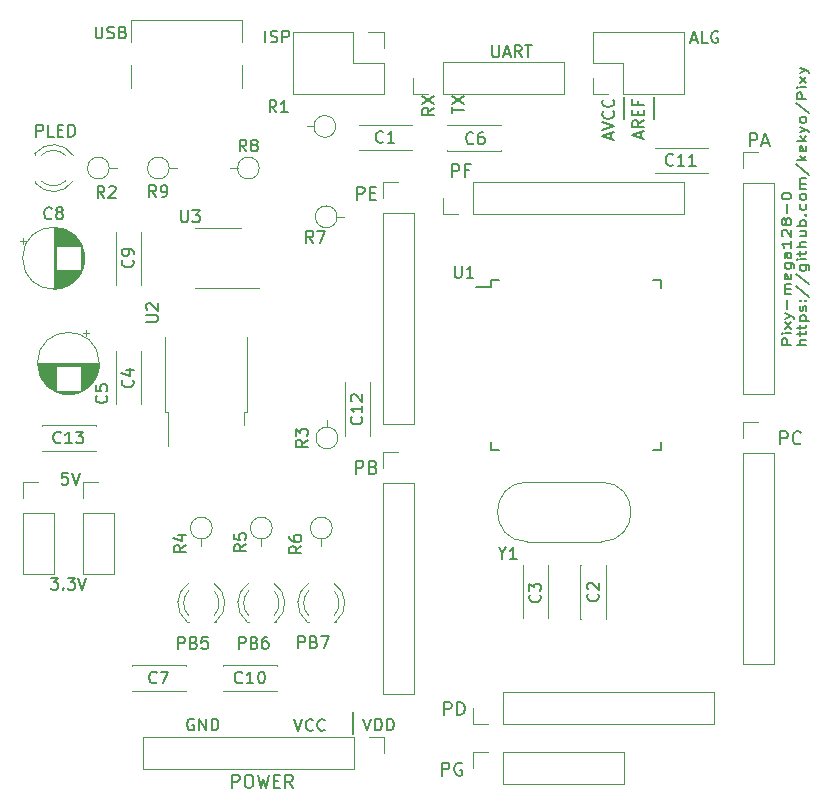
<source format=gto>
G04 #@! TF.GenerationSoftware,KiCad,Pcbnew,7.0.7*
G04 #@! TF.CreationDate,2023-10-10T22:42:23+09:00*
G04 #@! TF.ProjectId,Pixy-mega128,41544d65-6761-4313-9238-4475696e6f2e,rev?*
G04 #@! TF.SameCoordinates,Original*
G04 #@! TF.FileFunction,Legend,Top*
G04 #@! TF.FilePolarity,Positive*
%FSLAX46Y46*%
G04 Gerber Fmt 4.6, Leading zero omitted, Abs format (unit mm)*
G04 Created by KiCad (PCBNEW 7.0.7) date 2023-10-10 22:42:23*
%MOMM*%
%LPD*%
G01*
G04 APERTURE LIST*
%ADD10C,0.150000*%
%ADD11C,0.120000*%
G04 APERTURE END LIST*
D10*
X55342262Y-25852434D02*
X55342262Y-25281006D01*
X56342262Y-25566720D02*
X55342262Y-25566720D01*
X55342262Y-25042910D02*
X56342262Y-24376244D01*
X55342262Y-24376244D02*
X56342262Y-25042910D01*
X53810333Y-25377655D02*
X53334142Y-25710988D01*
X53810333Y-25949083D02*
X52810333Y-25949083D01*
X52810333Y-25949083D02*
X52810333Y-25568131D01*
X52810333Y-25568131D02*
X52857952Y-25472893D01*
X52857952Y-25472893D02*
X52905571Y-25425274D01*
X52905571Y-25425274D02*
X53000809Y-25377655D01*
X53000809Y-25377655D02*
X53143666Y-25377655D01*
X53143666Y-25377655D02*
X53238904Y-25425274D01*
X53238904Y-25425274D02*
X53286523Y-25472893D01*
X53286523Y-25472893D02*
X53334142Y-25568131D01*
X53334142Y-25568131D02*
X53334142Y-25949083D01*
X52810333Y-25044321D02*
X53810333Y-24377655D01*
X52810333Y-24377655D02*
X53810333Y-25044321D01*
X72464620Y-24421693D02*
X72464620Y-26285041D01*
X69870231Y-24438217D02*
X69870231Y-26301565D01*
X75614203Y-19591470D02*
X76090393Y-19591470D01*
X75518965Y-19877185D02*
X75852298Y-18877185D01*
X75852298Y-18877185D02*
X76185631Y-19877185D01*
X76995155Y-19877185D02*
X76518965Y-19877185D01*
X76518965Y-19877185D02*
X76518965Y-18877185D01*
X77852298Y-18924804D02*
X77757060Y-18877185D01*
X77757060Y-18877185D02*
X77614203Y-18877185D01*
X77614203Y-18877185D02*
X77471346Y-18924804D01*
X77471346Y-18924804D02*
X77376108Y-19020042D01*
X77376108Y-19020042D02*
X77328489Y-19115280D01*
X77328489Y-19115280D02*
X77280870Y-19305756D01*
X77280870Y-19305756D02*
X77280870Y-19448613D01*
X77280870Y-19448613D02*
X77328489Y-19639089D01*
X77328489Y-19639089D02*
X77376108Y-19734327D01*
X77376108Y-19734327D02*
X77471346Y-19829566D01*
X77471346Y-19829566D02*
X77614203Y-19877185D01*
X77614203Y-19877185D02*
X77709441Y-19877185D01*
X77709441Y-19877185D02*
X77852298Y-19829566D01*
X77852298Y-19829566D02*
X77899917Y-19781946D01*
X77899917Y-19781946D02*
X77899917Y-19448613D01*
X77899917Y-19448613D02*
X77709441Y-19448613D01*
X58756779Y-20082079D02*
X58756779Y-20891602D01*
X58756779Y-20891602D02*
X58804398Y-20986840D01*
X58804398Y-20986840D02*
X58852017Y-21034460D01*
X58852017Y-21034460D02*
X58947255Y-21082079D01*
X58947255Y-21082079D02*
X59137731Y-21082079D01*
X59137731Y-21082079D02*
X59232969Y-21034460D01*
X59232969Y-21034460D02*
X59280588Y-20986840D01*
X59280588Y-20986840D02*
X59328207Y-20891602D01*
X59328207Y-20891602D02*
X59328207Y-20082079D01*
X59756779Y-20796364D02*
X60232969Y-20796364D01*
X59661541Y-21082079D02*
X59994874Y-20082079D01*
X59994874Y-20082079D02*
X60328207Y-21082079D01*
X61232969Y-21082079D02*
X60899636Y-20605888D01*
X60661541Y-21082079D02*
X60661541Y-20082079D01*
X60661541Y-20082079D02*
X61042493Y-20082079D01*
X61042493Y-20082079D02*
X61137731Y-20129698D01*
X61137731Y-20129698D02*
X61185350Y-20177317D01*
X61185350Y-20177317D02*
X61232969Y-20272555D01*
X61232969Y-20272555D02*
X61232969Y-20415412D01*
X61232969Y-20415412D02*
X61185350Y-20510650D01*
X61185350Y-20510650D02*
X61137731Y-20558269D01*
X61137731Y-20558269D02*
X61042493Y-20605888D01*
X61042493Y-20605888D02*
X60661541Y-20605888D01*
X61518684Y-20082079D02*
X62090112Y-20082079D01*
X61804398Y-21082079D02*
X61804398Y-20082079D01*
X39547630Y-19842970D02*
X39547630Y-18842970D01*
X39976201Y-19795351D02*
X40119058Y-19842970D01*
X40119058Y-19842970D02*
X40357153Y-19842970D01*
X40357153Y-19842970D02*
X40452391Y-19795351D01*
X40452391Y-19795351D02*
X40500010Y-19747731D01*
X40500010Y-19747731D02*
X40547629Y-19652493D01*
X40547629Y-19652493D02*
X40547629Y-19557255D01*
X40547629Y-19557255D02*
X40500010Y-19462017D01*
X40500010Y-19462017D02*
X40452391Y-19414398D01*
X40452391Y-19414398D02*
X40357153Y-19366779D01*
X40357153Y-19366779D02*
X40166677Y-19319160D01*
X40166677Y-19319160D02*
X40071439Y-19271541D01*
X40071439Y-19271541D02*
X40023820Y-19223922D01*
X40023820Y-19223922D02*
X39976201Y-19128684D01*
X39976201Y-19128684D02*
X39976201Y-19033446D01*
X39976201Y-19033446D02*
X40023820Y-18938208D01*
X40023820Y-18938208D02*
X40071439Y-18890589D01*
X40071439Y-18890589D02*
X40166677Y-18842970D01*
X40166677Y-18842970D02*
X40404772Y-18842970D01*
X40404772Y-18842970D02*
X40547629Y-18890589D01*
X40976201Y-19842970D02*
X40976201Y-18842970D01*
X40976201Y-18842970D02*
X41357153Y-18842970D01*
X41357153Y-18842970D02*
X41452391Y-18890589D01*
X41452391Y-18890589D02*
X41500010Y-18938208D01*
X41500010Y-18938208D02*
X41547629Y-19033446D01*
X41547629Y-19033446D02*
X41547629Y-19176303D01*
X41547629Y-19176303D02*
X41500010Y-19271541D01*
X41500010Y-19271541D02*
X41452391Y-19319160D01*
X41452391Y-19319160D02*
X41357153Y-19366779D01*
X41357153Y-19366779D02*
X40976201Y-19366779D01*
X20153489Y-27809819D02*
X20153489Y-26809819D01*
X20153489Y-26809819D02*
X20534441Y-26809819D01*
X20534441Y-26809819D02*
X20629679Y-26857438D01*
X20629679Y-26857438D02*
X20677298Y-26905057D01*
X20677298Y-26905057D02*
X20724917Y-27000295D01*
X20724917Y-27000295D02*
X20724917Y-27143152D01*
X20724917Y-27143152D02*
X20677298Y-27238390D01*
X20677298Y-27238390D02*
X20629679Y-27286009D01*
X20629679Y-27286009D02*
X20534441Y-27333628D01*
X20534441Y-27333628D02*
X20153489Y-27333628D01*
X21629679Y-27809819D02*
X21153489Y-27809819D01*
X21153489Y-27809819D02*
X21153489Y-26809819D01*
X21963013Y-27286009D02*
X22296346Y-27286009D01*
X22439203Y-27809819D02*
X21963013Y-27809819D01*
X21963013Y-27809819D02*
X21963013Y-26809819D01*
X21963013Y-26809819D02*
X22439203Y-26809819D01*
X22867775Y-27809819D02*
X22867775Y-26809819D01*
X22867775Y-26809819D02*
X23105870Y-26809819D01*
X23105870Y-26809819D02*
X23248727Y-26857438D01*
X23248727Y-26857438D02*
X23343965Y-26952676D01*
X23343965Y-26952676D02*
X23391584Y-27047914D01*
X23391584Y-27047914D02*
X23439203Y-27238390D01*
X23439203Y-27238390D02*
X23439203Y-27381247D01*
X23439203Y-27381247D02*
X23391584Y-27571723D01*
X23391584Y-27571723D02*
X23343965Y-27666961D01*
X23343965Y-27666961D02*
X23248727Y-27762200D01*
X23248727Y-27762200D02*
X23105870Y-27809819D01*
X23105870Y-27809819D02*
X22867775Y-27809819D01*
X25160494Y-18495701D02*
X25160494Y-19305224D01*
X25160494Y-19305224D02*
X25208113Y-19400462D01*
X25208113Y-19400462D02*
X25255732Y-19448082D01*
X25255732Y-19448082D02*
X25350970Y-19495701D01*
X25350970Y-19495701D02*
X25541446Y-19495701D01*
X25541446Y-19495701D02*
X25636684Y-19448082D01*
X25636684Y-19448082D02*
X25684303Y-19400462D01*
X25684303Y-19400462D02*
X25731922Y-19305224D01*
X25731922Y-19305224D02*
X25731922Y-18495701D01*
X26160494Y-19448082D02*
X26303351Y-19495701D01*
X26303351Y-19495701D02*
X26541446Y-19495701D01*
X26541446Y-19495701D02*
X26636684Y-19448082D01*
X26636684Y-19448082D02*
X26684303Y-19400462D01*
X26684303Y-19400462D02*
X26731922Y-19305224D01*
X26731922Y-19305224D02*
X26731922Y-19209986D01*
X26731922Y-19209986D02*
X26684303Y-19114748D01*
X26684303Y-19114748D02*
X26636684Y-19067129D01*
X26636684Y-19067129D02*
X26541446Y-19019510D01*
X26541446Y-19019510D02*
X26350970Y-18971891D01*
X26350970Y-18971891D02*
X26255732Y-18924272D01*
X26255732Y-18924272D02*
X26208113Y-18876653D01*
X26208113Y-18876653D02*
X26160494Y-18781415D01*
X26160494Y-18781415D02*
X26160494Y-18686177D01*
X26160494Y-18686177D02*
X26208113Y-18590939D01*
X26208113Y-18590939D02*
X26255732Y-18543320D01*
X26255732Y-18543320D02*
X26350970Y-18495701D01*
X26350970Y-18495701D02*
X26589065Y-18495701D01*
X26589065Y-18495701D02*
X26731922Y-18543320D01*
X27493827Y-18971891D02*
X27636684Y-19019510D01*
X27636684Y-19019510D02*
X27684303Y-19067129D01*
X27684303Y-19067129D02*
X27731922Y-19162367D01*
X27731922Y-19162367D02*
X27731922Y-19305224D01*
X27731922Y-19305224D02*
X27684303Y-19400462D01*
X27684303Y-19400462D02*
X27636684Y-19448082D01*
X27636684Y-19448082D02*
X27541446Y-19495701D01*
X27541446Y-19495701D02*
X27160494Y-19495701D01*
X27160494Y-19495701D02*
X27160494Y-18495701D01*
X27160494Y-18495701D02*
X27493827Y-18495701D01*
X27493827Y-18495701D02*
X27589065Y-18543320D01*
X27589065Y-18543320D02*
X27636684Y-18590939D01*
X27636684Y-18590939D02*
X27684303Y-18686177D01*
X27684303Y-18686177D02*
X27684303Y-18781415D01*
X27684303Y-18781415D02*
X27636684Y-18876653D01*
X27636684Y-18876653D02*
X27589065Y-18924272D01*
X27589065Y-18924272D02*
X27493827Y-18971891D01*
X27493827Y-18971891D02*
X27160494Y-18971891D01*
X42329727Y-71102550D02*
X42329727Y-70102550D01*
X42329727Y-70102550D02*
X42710679Y-70102550D01*
X42710679Y-70102550D02*
X42805917Y-70150169D01*
X42805917Y-70150169D02*
X42853536Y-70197788D01*
X42853536Y-70197788D02*
X42901155Y-70293026D01*
X42901155Y-70293026D02*
X42901155Y-70435883D01*
X42901155Y-70435883D02*
X42853536Y-70531121D01*
X42853536Y-70531121D02*
X42805917Y-70578740D01*
X42805917Y-70578740D02*
X42710679Y-70626359D01*
X42710679Y-70626359D02*
X42329727Y-70626359D01*
X43663060Y-70578740D02*
X43805917Y-70626359D01*
X43805917Y-70626359D02*
X43853536Y-70673978D01*
X43853536Y-70673978D02*
X43901155Y-70769216D01*
X43901155Y-70769216D02*
X43901155Y-70912073D01*
X43901155Y-70912073D02*
X43853536Y-71007311D01*
X43853536Y-71007311D02*
X43805917Y-71054931D01*
X43805917Y-71054931D02*
X43710679Y-71102550D01*
X43710679Y-71102550D02*
X43329727Y-71102550D01*
X43329727Y-71102550D02*
X43329727Y-70102550D01*
X43329727Y-70102550D02*
X43663060Y-70102550D01*
X43663060Y-70102550D02*
X43758298Y-70150169D01*
X43758298Y-70150169D02*
X43805917Y-70197788D01*
X43805917Y-70197788D02*
X43853536Y-70293026D01*
X43853536Y-70293026D02*
X43853536Y-70388264D01*
X43853536Y-70388264D02*
X43805917Y-70483502D01*
X43805917Y-70483502D02*
X43758298Y-70531121D01*
X43758298Y-70531121D02*
X43663060Y-70578740D01*
X43663060Y-70578740D02*
X43329727Y-70578740D01*
X44234489Y-70102550D02*
X44901155Y-70102550D01*
X44901155Y-70102550D02*
X44472584Y-71102550D01*
X37289673Y-71168649D02*
X37289673Y-70168649D01*
X37289673Y-70168649D02*
X37670625Y-70168649D01*
X37670625Y-70168649D02*
X37765863Y-70216268D01*
X37765863Y-70216268D02*
X37813482Y-70263887D01*
X37813482Y-70263887D02*
X37861101Y-70359125D01*
X37861101Y-70359125D02*
X37861101Y-70501982D01*
X37861101Y-70501982D02*
X37813482Y-70597220D01*
X37813482Y-70597220D02*
X37765863Y-70644839D01*
X37765863Y-70644839D02*
X37670625Y-70692458D01*
X37670625Y-70692458D02*
X37289673Y-70692458D01*
X38623006Y-70644839D02*
X38765863Y-70692458D01*
X38765863Y-70692458D02*
X38813482Y-70740077D01*
X38813482Y-70740077D02*
X38861101Y-70835315D01*
X38861101Y-70835315D02*
X38861101Y-70978172D01*
X38861101Y-70978172D02*
X38813482Y-71073410D01*
X38813482Y-71073410D02*
X38765863Y-71121030D01*
X38765863Y-71121030D02*
X38670625Y-71168649D01*
X38670625Y-71168649D02*
X38289673Y-71168649D01*
X38289673Y-71168649D02*
X38289673Y-70168649D01*
X38289673Y-70168649D02*
X38623006Y-70168649D01*
X38623006Y-70168649D02*
X38718244Y-70216268D01*
X38718244Y-70216268D02*
X38765863Y-70263887D01*
X38765863Y-70263887D02*
X38813482Y-70359125D01*
X38813482Y-70359125D02*
X38813482Y-70454363D01*
X38813482Y-70454363D02*
X38765863Y-70549601D01*
X38765863Y-70549601D02*
X38718244Y-70597220D01*
X38718244Y-70597220D02*
X38623006Y-70644839D01*
X38623006Y-70644839D02*
X38289673Y-70644839D01*
X39718244Y-70168649D02*
X39527768Y-70168649D01*
X39527768Y-70168649D02*
X39432530Y-70216268D01*
X39432530Y-70216268D02*
X39384911Y-70263887D01*
X39384911Y-70263887D02*
X39289673Y-70406744D01*
X39289673Y-70406744D02*
X39242054Y-70597220D01*
X39242054Y-70597220D02*
X39242054Y-70978172D01*
X39242054Y-70978172D02*
X39289673Y-71073410D01*
X39289673Y-71073410D02*
X39337292Y-71121030D01*
X39337292Y-71121030D02*
X39432530Y-71168649D01*
X39432530Y-71168649D02*
X39623006Y-71168649D01*
X39623006Y-71168649D02*
X39718244Y-71121030D01*
X39718244Y-71121030D02*
X39765863Y-71073410D01*
X39765863Y-71073410D02*
X39813482Y-70978172D01*
X39813482Y-70978172D02*
X39813482Y-70740077D01*
X39813482Y-70740077D02*
X39765863Y-70644839D01*
X39765863Y-70644839D02*
X39718244Y-70597220D01*
X39718244Y-70597220D02*
X39623006Y-70549601D01*
X39623006Y-70549601D02*
X39432530Y-70549601D01*
X39432530Y-70549601D02*
X39337292Y-70597220D01*
X39337292Y-70597220D02*
X39289673Y-70644839D01*
X39289673Y-70644839D02*
X39242054Y-70740077D01*
X32166995Y-71168649D02*
X32166995Y-70168649D01*
X32166995Y-70168649D02*
X32547947Y-70168649D01*
X32547947Y-70168649D02*
X32643185Y-70216268D01*
X32643185Y-70216268D02*
X32690804Y-70263887D01*
X32690804Y-70263887D02*
X32738423Y-70359125D01*
X32738423Y-70359125D02*
X32738423Y-70501982D01*
X32738423Y-70501982D02*
X32690804Y-70597220D01*
X32690804Y-70597220D02*
X32643185Y-70644839D01*
X32643185Y-70644839D02*
X32547947Y-70692458D01*
X32547947Y-70692458D02*
X32166995Y-70692458D01*
X33500328Y-70644839D02*
X33643185Y-70692458D01*
X33643185Y-70692458D02*
X33690804Y-70740077D01*
X33690804Y-70740077D02*
X33738423Y-70835315D01*
X33738423Y-70835315D02*
X33738423Y-70978172D01*
X33738423Y-70978172D02*
X33690804Y-71073410D01*
X33690804Y-71073410D02*
X33643185Y-71121030D01*
X33643185Y-71121030D02*
X33547947Y-71168649D01*
X33547947Y-71168649D02*
X33166995Y-71168649D01*
X33166995Y-71168649D02*
X33166995Y-70168649D01*
X33166995Y-70168649D02*
X33500328Y-70168649D01*
X33500328Y-70168649D02*
X33595566Y-70216268D01*
X33595566Y-70216268D02*
X33643185Y-70263887D01*
X33643185Y-70263887D02*
X33690804Y-70359125D01*
X33690804Y-70359125D02*
X33690804Y-70454363D01*
X33690804Y-70454363D02*
X33643185Y-70549601D01*
X33643185Y-70549601D02*
X33595566Y-70597220D01*
X33595566Y-70597220D02*
X33500328Y-70644839D01*
X33500328Y-70644839D02*
X33166995Y-70644839D01*
X34643185Y-70168649D02*
X34166995Y-70168649D01*
X34166995Y-70168649D02*
X34119376Y-70644839D01*
X34119376Y-70644839D02*
X34166995Y-70597220D01*
X34166995Y-70597220D02*
X34262233Y-70549601D01*
X34262233Y-70549601D02*
X34500328Y-70549601D01*
X34500328Y-70549601D02*
X34595566Y-70597220D01*
X34595566Y-70597220D02*
X34643185Y-70644839D01*
X34643185Y-70644839D02*
X34690804Y-70740077D01*
X34690804Y-70740077D02*
X34690804Y-70978172D01*
X34690804Y-70978172D02*
X34643185Y-71073410D01*
X34643185Y-71073410D02*
X34595566Y-71121030D01*
X34595566Y-71121030D02*
X34500328Y-71168649D01*
X34500328Y-71168649D02*
X34262233Y-71168649D01*
X34262233Y-71168649D02*
X34166995Y-71121030D01*
X34166995Y-71121030D02*
X34119376Y-71073410D01*
X36735115Y-82951790D02*
X36735115Y-81851790D01*
X36735115Y-81851790D02*
X37154163Y-81851790D01*
X37154163Y-81851790D02*
X37258925Y-81904171D01*
X37258925Y-81904171D02*
X37311306Y-81956552D01*
X37311306Y-81956552D02*
X37363687Y-82061314D01*
X37363687Y-82061314D02*
X37363687Y-82218457D01*
X37363687Y-82218457D02*
X37311306Y-82323219D01*
X37311306Y-82323219D02*
X37258925Y-82375600D01*
X37258925Y-82375600D02*
X37154163Y-82427981D01*
X37154163Y-82427981D02*
X36735115Y-82427981D01*
X38044639Y-81851790D02*
X38254163Y-81851790D01*
X38254163Y-81851790D02*
X38358925Y-81904171D01*
X38358925Y-81904171D02*
X38463687Y-82008933D01*
X38463687Y-82008933D02*
X38516068Y-82218457D01*
X38516068Y-82218457D02*
X38516068Y-82585124D01*
X38516068Y-82585124D02*
X38463687Y-82794648D01*
X38463687Y-82794648D02*
X38358925Y-82899410D01*
X38358925Y-82899410D02*
X38254163Y-82951790D01*
X38254163Y-82951790D02*
X38044639Y-82951790D01*
X38044639Y-82951790D02*
X37939877Y-82899410D01*
X37939877Y-82899410D02*
X37835115Y-82794648D01*
X37835115Y-82794648D02*
X37782734Y-82585124D01*
X37782734Y-82585124D02*
X37782734Y-82218457D01*
X37782734Y-82218457D02*
X37835115Y-82008933D01*
X37835115Y-82008933D02*
X37939877Y-81904171D01*
X37939877Y-81904171D02*
X38044639Y-81851790D01*
X38882734Y-81851790D02*
X39144639Y-82951790D01*
X39144639Y-82951790D02*
X39354163Y-82166076D01*
X39354163Y-82166076D02*
X39563687Y-82951790D01*
X39563687Y-82951790D02*
X39825592Y-81851790D01*
X40244639Y-82375600D02*
X40611306Y-82375600D01*
X40768449Y-82951790D02*
X40244639Y-82951790D01*
X40244639Y-82951790D02*
X40244639Y-81851790D01*
X40244639Y-81851790D02*
X40768449Y-81851790D01*
X41868449Y-82951790D02*
X41501782Y-82427981D01*
X41239877Y-82951790D02*
X41239877Y-81851790D01*
X41239877Y-81851790D02*
X41658925Y-81851790D01*
X41658925Y-81851790D02*
X41763687Y-81904171D01*
X41763687Y-81904171D02*
X41816068Y-81956552D01*
X41816068Y-81956552D02*
X41868449Y-82061314D01*
X41868449Y-82061314D02*
X41868449Y-82218457D01*
X41868449Y-82218457D02*
X41816068Y-82323219D01*
X41816068Y-82323219D02*
X41763687Y-82375600D01*
X41763687Y-82375600D02*
X41658925Y-82427981D01*
X41658925Y-82427981D02*
X41239877Y-82427981D01*
X80558799Y-28628269D02*
X80558799Y-27528269D01*
X80558799Y-27528269D02*
X80977847Y-27528269D01*
X80977847Y-27528269D02*
X81082609Y-27580650D01*
X81082609Y-27580650D02*
X81134990Y-27633031D01*
X81134990Y-27633031D02*
X81187371Y-27737793D01*
X81187371Y-27737793D02*
X81187371Y-27894936D01*
X81187371Y-27894936D02*
X81134990Y-27999698D01*
X81134990Y-27999698D02*
X81082609Y-28052079D01*
X81082609Y-28052079D02*
X80977847Y-28104460D01*
X80977847Y-28104460D02*
X80558799Y-28104460D01*
X81606418Y-28313984D02*
X82130228Y-28313984D01*
X81501656Y-28628269D02*
X81868323Y-27528269D01*
X81868323Y-27528269D02*
X82234990Y-28628269D01*
X83153187Y-53874809D02*
X83153187Y-52774809D01*
X83153187Y-52774809D02*
X83572235Y-52774809D01*
X83572235Y-52774809D02*
X83676997Y-52827190D01*
X83676997Y-52827190D02*
X83729378Y-52879571D01*
X83729378Y-52879571D02*
X83781759Y-52984333D01*
X83781759Y-52984333D02*
X83781759Y-53141476D01*
X83781759Y-53141476D02*
X83729378Y-53246238D01*
X83729378Y-53246238D02*
X83676997Y-53298619D01*
X83676997Y-53298619D02*
X83572235Y-53351000D01*
X83572235Y-53351000D02*
X83153187Y-53351000D01*
X84881759Y-53770048D02*
X84829378Y-53822429D01*
X84829378Y-53822429D02*
X84672235Y-53874809D01*
X84672235Y-53874809D02*
X84567473Y-53874809D01*
X84567473Y-53874809D02*
X84410330Y-53822429D01*
X84410330Y-53822429D02*
X84305568Y-53717667D01*
X84305568Y-53717667D02*
X84253187Y-53612905D01*
X84253187Y-53612905D02*
X84200806Y-53403381D01*
X84200806Y-53403381D02*
X84200806Y-53246238D01*
X84200806Y-53246238D02*
X84253187Y-53036714D01*
X84253187Y-53036714D02*
X84305568Y-52931952D01*
X84305568Y-52931952D02*
X84410330Y-52827190D01*
X84410330Y-52827190D02*
X84567473Y-52774809D01*
X84567473Y-52774809D02*
X84672235Y-52774809D01*
X84672235Y-52774809D02*
X84829378Y-52827190D01*
X84829378Y-52827190D02*
X84881759Y-52879571D01*
X54499240Y-81910729D02*
X54499240Y-80810729D01*
X54499240Y-80810729D02*
X54918288Y-80810729D01*
X54918288Y-80810729D02*
X55023050Y-80863110D01*
X55023050Y-80863110D02*
X55075431Y-80915491D01*
X55075431Y-80915491D02*
X55127812Y-81020253D01*
X55127812Y-81020253D02*
X55127812Y-81177396D01*
X55127812Y-81177396D02*
X55075431Y-81282158D01*
X55075431Y-81282158D02*
X55023050Y-81334539D01*
X55023050Y-81334539D02*
X54918288Y-81386920D01*
X54918288Y-81386920D02*
X54499240Y-81386920D01*
X56175431Y-80863110D02*
X56070669Y-80810729D01*
X56070669Y-80810729D02*
X55913526Y-80810729D01*
X55913526Y-80810729D02*
X55756383Y-80863110D01*
X55756383Y-80863110D02*
X55651621Y-80967872D01*
X55651621Y-80967872D02*
X55599240Y-81072634D01*
X55599240Y-81072634D02*
X55546859Y-81282158D01*
X55546859Y-81282158D02*
X55546859Y-81439301D01*
X55546859Y-81439301D02*
X55599240Y-81648825D01*
X55599240Y-81648825D02*
X55651621Y-81753587D01*
X55651621Y-81753587D02*
X55756383Y-81858349D01*
X55756383Y-81858349D02*
X55913526Y-81910729D01*
X55913526Y-81910729D02*
X56018288Y-81910729D01*
X56018288Y-81910729D02*
X56175431Y-81858349D01*
X56175431Y-81858349D02*
X56227812Y-81805968D01*
X56227812Y-81805968D02*
X56227812Y-81439301D01*
X56227812Y-81439301D02*
X56018288Y-81439301D01*
X54697538Y-76788051D02*
X54697538Y-75688051D01*
X54697538Y-75688051D02*
X55116586Y-75688051D01*
X55116586Y-75688051D02*
X55221348Y-75740432D01*
X55221348Y-75740432D02*
X55273729Y-75792813D01*
X55273729Y-75792813D02*
X55326110Y-75897575D01*
X55326110Y-75897575D02*
X55326110Y-76054718D01*
X55326110Y-76054718D02*
X55273729Y-76159480D01*
X55273729Y-76159480D02*
X55221348Y-76211861D01*
X55221348Y-76211861D02*
X55116586Y-76264242D01*
X55116586Y-76264242D02*
X54697538Y-76264242D01*
X55797538Y-76788051D02*
X55797538Y-75688051D01*
X55797538Y-75688051D02*
X56059443Y-75688051D01*
X56059443Y-75688051D02*
X56216586Y-75740432D01*
X56216586Y-75740432D02*
X56321348Y-75845194D01*
X56321348Y-75845194D02*
X56373729Y-75949956D01*
X56373729Y-75949956D02*
X56426110Y-76159480D01*
X56426110Y-76159480D02*
X56426110Y-76316623D01*
X56426110Y-76316623D02*
X56373729Y-76526147D01*
X56373729Y-76526147D02*
X56321348Y-76630909D01*
X56321348Y-76630909D02*
X56216586Y-76735671D01*
X56216586Y-76735671D02*
X56059443Y-76788051D01*
X56059443Y-76788051D02*
X55797538Y-76788051D01*
X47195293Y-56366743D02*
X47195293Y-55266743D01*
X47195293Y-55266743D02*
X47614341Y-55266743D01*
X47614341Y-55266743D02*
X47719103Y-55319124D01*
X47719103Y-55319124D02*
X47771484Y-55371505D01*
X47771484Y-55371505D02*
X47823865Y-55476267D01*
X47823865Y-55476267D02*
X47823865Y-55633410D01*
X47823865Y-55633410D02*
X47771484Y-55738172D01*
X47771484Y-55738172D02*
X47719103Y-55790553D01*
X47719103Y-55790553D02*
X47614341Y-55842934D01*
X47614341Y-55842934D02*
X47195293Y-55842934D01*
X48661960Y-55790553D02*
X48819103Y-55842934D01*
X48819103Y-55842934D02*
X48871484Y-55895315D01*
X48871484Y-55895315D02*
X48923865Y-56000077D01*
X48923865Y-56000077D02*
X48923865Y-56157220D01*
X48923865Y-56157220D02*
X48871484Y-56261982D01*
X48871484Y-56261982D02*
X48819103Y-56314363D01*
X48819103Y-56314363D02*
X48714341Y-56366743D01*
X48714341Y-56366743D02*
X48295293Y-56366743D01*
X48295293Y-56366743D02*
X48295293Y-55266743D01*
X48295293Y-55266743D02*
X48661960Y-55266743D01*
X48661960Y-55266743D02*
X48766722Y-55319124D01*
X48766722Y-55319124D02*
X48819103Y-55371505D01*
X48819103Y-55371505D02*
X48871484Y-55476267D01*
X48871484Y-55476267D02*
X48871484Y-55581029D01*
X48871484Y-55581029D02*
X48819103Y-55685791D01*
X48819103Y-55685791D02*
X48766722Y-55738172D01*
X48766722Y-55738172D02*
X48661960Y-55790553D01*
X48661960Y-55790553D02*
X48295293Y-55790553D01*
X47314980Y-33172529D02*
X47314980Y-32072529D01*
X47314980Y-32072529D02*
X47734028Y-32072529D01*
X47734028Y-32072529D02*
X47838790Y-32124910D01*
X47838790Y-32124910D02*
X47891171Y-32177291D01*
X47891171Y-32177291D02*
X47943552Y-32282053D01*
X47943552Y-32282053D02*
X47943552Y-32439196D01*
X47943552Y-32439196D02*
X47891171Y-32543958D01*
X47891171Y-32543958D02*
X47838790Y-32596339D01*
X47838790Y-32596339D02*
X47734028Y-32648720D01*
X47734028Y-32648720D02*
X47314980Y-32648720D01*
X48414980Y-32596339D02*
X48781647Y-32596339D01*
X48938790Y-33172529D02*
X48414980Y-33172529D01*
X48414980Y-33172529D02*
X48414980Y-32072529D01*
X48414980Y-32072529D02*
X48938790Y-32072529D01*
X55342004Y-31242487D02*
X55342004Y-30142487D01*
X55342004Y-30142487D02*
X55761052Y-30142487D01*
X55761052Y-30142487D02*
X55865814Y-30194868D01*
X55865814Y-30194868D02*
X55918195Y-30247249D01*
X55918195Y-30247249D02*
X55970576Y-30352011D01*
X55970576Y-30352011D02*
X55970576Y-30509154D01*
X55970576Y-30509154D02*
X55918195Y-30613916D01*
X55918195Y-30613916D02*
X55865814Y-30666297D01*
X55865814Y-30666297D02*
X55761052Y-30718678D01*
X55761052Y-30718678D02*
X55342004Y-30718678D01*
X56808671Y-30666297D02*
X56442004Y-30666297D01*
X56442004Y-31242487D02*
X56442004Y-30142487D01*
X56442004Y-30142487D02*
X56965814Y-30142487D01*
X46995023Y-76535406D02*
X46995023Y-78398754D01*
X84047481Y-45452548D02*
X83247481Y-45452548D01*
X83247481Y-45452548D02*
X83247481Y-45071596D01*
X83247481Y-45071596D02*
X83285576Y-44976358D01*
X83285576Y-44976358D02*
X83323671Y-44928739D01*
X83323671Y-44928739D02*
X83399862Y-44881120D01*
X83399862Y-44881120D02*
X83514147Y-44881120D01*
X83514147Y-44881120D02*
X83590338Y-44928739D01*
X83590338Y-44928739D02*
X83628433Y-44976358D01*
X83628433Y-44976358D02*
X83666528Y-45071596D01*
X83666528Y-45071596D02*
X83666528Y-45452548D01*
X84047481Y-44452548D02*
X83514147Y-44452548D01*
X83247481Y-44452548D02*
X83285576Y-44500167D01*
X83285576Y-44500167D02*
X83323671Y-44452548D01*
X83323671Y-44452548D02*
X83285576Y-44404929D01*
X83285576Y-44404929D02*
X83247481Y-44452548D01*
X83247481Y-44452548D02*
X83323671Y-44452548D01*
X84047481Y-44071596D02*
X83514147Y-43547787D01*
X83514147Y-44071596D02*
X84047481Y-43547787D01*
X83514147Y-43262072D02*
X84047481Y-43023977D01*
X83514147Y-42785882D02*
X84047481Y-43023977D01*
X84047481Y-43023977D02*
X84237957Y-43119215D01*
X84237957Y-43119215D02*
X84276052Y-43166834D01*
X84276052Y-43166834D02*
X84314147Y-43262072D01*
X83742719Y-42404929D02*
X83742719Y-41643025D01*
X84047481Y-41166834D02*
X83514147Y-41166834D01*
X83590338Y-41166834D02*
X83552243Y-41119215D01*
X83552243Y-41119215D02*
X83514147Y-41023977D01*
X83514147Y-41023977D02*
X83514147Y-40881120D01*
X83514147Y-40881120D02*
X83552243Y-40785882D01*
X83552243Y-40785882D02*
X83628433Y-40738263D01*
X83628433Y-40738263D02*
X84047481Y-40738263D01*
X83628433Y-40738263D02*
X83552243Y-40690644D01*
X83552243Y-40690644D02*
X83514147Y-40595406D01*
X83514147Y-40595406D02*
X83514147Y-40452549D01*
X83514147Y-40452549D02*
X83552243Y-40357310D01*
X83552243Y-40357310D02*
X83628433Y-40309691D01*
X83628433Y-40309691D02*
X84047481Y-40309691D01*
X84009386Y-39452549D02*
X84047481Y-39547787D01*
X84047481Y-39547787D02*
X84047481Y-39738263D01*
X84047481Y-39738263D02*
X84009386Y-39833501D01*
X84009386Y-39833501D02*
X83933195Y-39881120D01*
X83933195Y-39881120D02*
X83628433Y-39881120D01*
X83628433Y-39881120D02*
X83552243Y-39833501D01*
X83552243Y-39833501D02*
X83514147Y-39738263D01*
X83514147Y-39738263D02*
X83514147Y-39547787D01*
X83514147Y-39547787D02*
X83552243Y-39452549D01*
X83552243Y-39452549D02*
X83628433Y-39404930D01*
X83628433Y-39404930D02*
X83704624Y-39404930D01*
X83704624Y-39404930D02*
X83780814Y-39881120D01*
X83514147Y-38547787D02*
X84161766Y-38547787D01*
X84161766Y-38547787D02*
X84237957Y-38595406D01*
X84237957Y-38595406D02*
X84276052Y-38643025D01*
X84276052Y-38643025D02*
X84314147Y-38738263D01*
X84314147Y-38738263D02*
X84314147Y-38881120D01*
X84314147Y-38881120D02*
X84276052Y-38976358D01*
X84009386Y-38547787D02*
X84047481Y-38643025D01*
X84047481Y-38643025D02*
X84047481Y-38833501D01*
X84047481Y-38833501D02*
X84009386Y-38928739D01*
X84009386Y-38928739D02*
X83971290Y-38976358D01*
X83971290Y-38976358D02*
X83895100Y-39023977D01*
X83895100Y-39023977D02*
X83666528Y-39023977D01*
X83666528Y-39023977D02*
X83590338Y-38976358D01*
X83590338Y-38976358D02*
X83552243Y-38928739D01*
X83552243Y-38928739D02*
X83514147Y-38833501D01*
X83514147Y-38833501D02*
X83514147Y-38643025D01*
X83514147Y-38643025D02*
X83552243Y-38547787D01*
X84047481Y-37643025D02*
X83628433Y-37643025D01*
X83628433Y-37643025D02*
X83552243Y-37690644D01*
X83552243Y-37690644D02*
X83514147Y-37785882D01*
X83514147Y-37785882D02*
X83514147Y-37976358D01*
X83514147Y-37976358D02*
X83552243Y-38071596D01*
X84009386Y-37643025D02*
X84047481Y-37738263D01*
X84047481Y-37738263D02*
X84047481Y-37976358D01*
X84047481Y-37976358D02*
X84009386Y-38071596D01*
X84009386Y-38071596D02*
X83933195Y-38119215D01*
X83933195Y-38119215D02*
X83857005Y-38119215D01*
X83857005Y-38119215D02*
X83780814Y-38071596D01*
X83780814Y-38071596D02*
X83742719Y-37976358D01*
X83742719Y-37976358D02*
X83742719Y-37738263D01*
X83742719Y-37738263D02*
X83704624Y-37643025D01*
X84047481Y-36643025D02*
X84047481Y-37214453D01*
X84047481Y-36928739D02*
X83247481Y-36928739D01*
X83247481Y-36928739D02*
X83361766Y-37023977D01*
X83361766Y-37023977D02*
X83437957Y-37119215D01*
X83437957Y-37119215D02*
X83476052Y-37214453D01*
X83323671Y-36262072D02*
X83285576Y-36214453D01*
X83285576Y-36214453D02*
X83247481Y-36119215D01*
X83247481Y-36119215D02*
X83247481Y-35881120D01*
X83247481Y-35881120D02*
X83285576Y-35785882D01*
X83285576Y-35785882D02*
X83323671Y-35738263D01*
X83323671Y-35738263D02*
X83399862Y-35690644D01*
X83399862Y-35690644D02*
X83476052Y-35690644D01*
X83476052Y-35690644D02*
X83590338Y-35738263D01*
X83590338Y-35738263D02*
X84047481Y-36309691D01*
X84047481Y-36309691D02*
X84047481Y-35690644D01*
X83590338Y-35119215D02*
X83552243Y-35214453D01*
X83552243Y-35214453D02*
X83514147Y-35262072D01*
X83514147Y-35262072D02*
X83437957Y-35309691D01*
X83437957Y-35309691D02*
X83399862Y-35309691D01*
X83399862Y-35309691D02*
X83323671Y-35262072D01*
X83323671Y-35262072D02*
X83285576Y-35214453D01*
X83285576Y-35214453D02*
X83247481Y-35119215D01*
X83247481Y-35119215D02*
X83247481Y-34928739D01*
X83247481Y-34928739D02*
X83285576Y-34833501D01*
X83285576Y-34833501D02*
X83323671Y-34785882D01*
X83323671Y-34785882D02*
X83399862Y-34738263D01*
X83399862Y-34738263D02*
X83437957Y-34738263D01*
X83437957Y-34738263D02*
X83514147Y-34785882D01*
X83514147Y-34785882D02*
X83552243Y-34833501D01*
X83552243Y-34833501D02*
X83590338Y-34928739D01*
X83590338Y-34928739D02*
X83590338Y-35119215D01*
X83590338Y-35119215D02*
X83628433Y-35214453D01*
X83628433Y-35214453D02*
X83666528Y-35262072D01*
X83666528Y-35262072D02*
X83742719Y-35309691D01*
X83742719Y-35309691D02*
X83895100Y-35309691D01*
X83895100Y-35309691D02*
X83971290Y-35262072D01*
X83971290Y-35262072D02*
X84009386Y-35214453D01*
X84009386Y-35214453D02*
X84047481Y-35119215D01*
X84047481Y-35119215D02*
X84047481Y-34928739D01*
X84047481Y-34928739D02*
X84009386Y-34833501D01*
X84009386Y-34833501D02*
X83971290Y-34785882D01*
X83971290Y-34785882D02*
X83895100Y-34738263D01*
X83895100Y-34738263D02*
X83742719Y-34738263D01*
X83742719Y-34738263D02*
X83666528Y-34785882D01*
X83666528Y-34785882D02*
X83628433Y-34833501D01*
X83628433Y-34833501D02*
X83590338Y-34928739D01*
X83742719Y-34309691D02*
X83742719Y-33547787D01*
X83247481Y-32881120D02*
X83247481Y-32785882D01*
X83247481Y-32785882D02*
X83285576Y-32690644D01*
X83285576Y-32690644D02*
X83323671Y-32643025D01*
X83323671Y-32643025D02*
X83399862Y-32595406D01*
X83399862Y-32595406D02*
X83552243Y-32547787D01*
X83552243Y-32547787D02*
X83742719Y-32547787D01*
X83742719Y-32547787D02*
X83895100Y-32595406D01*
X83895100Y-32595406D02*
X83971290Y-32643025D01*
X83971290Y-32643025D02*
X84009386Y-32690644D01*
X84009386Y-32690644D02*
X84047481Y-32785882D01*
X84047481Y-32785882D02*
X84047481Y-32881120D01*
X84047481Y-32881120D02*
X84009386Y-32976358D01*
X84009386Y-32976358D02*
X83971290Y-33023977D01*
X83971290Y-33023977D02*
X83895100Y-33071596D01*
X83895100Y-33071596D02*
X83742719Y-33119215D01*
X83742719Y-33119215D02*
X83552243Y-33119215D01*
X83552243Y-33119215D02*
X83399862Y-33071596D01*
X83399862Y-33071596D02*
X83323671Y-33023977D01*
X83323671Y-33023977D02*
X83285576Y-32976358D01*
X83285576Y-32976358D02*
X83247481Y-32881120D01*
X85335481Y-45452548D02*
X84535481Y-45452548D01*
X85335481Y-45023977D02*
X84916433Y-45023977D01*
X84916433Y-45023977D02*
X84840243Y-45071596D01*
X84840243Y-45071596D02*
X84802147Y-45166834D01*
X84802147Y-45166834D02*
X84802147Y-45309691D01*
X84802147Y-45309691D02*
X84840243Y-45404929D01*
X84840243Y-45404929D02*
X84878338Y-45452548D01*
X84802147Y-44690643D02*
X84802147Y-44309691D01*
X84535481Y-44547786D02*
X85221195Y-44547786D01*
X85221195Y-44547786D02*
X85297386Y-44500167D01*
X85297386Y-44500167D02*
X85335481Y-44404929D01*
X85335481Y-44404929D02*
X85335481Y-44309691D01*
X84802147Y-44119214D02*
X84802147Y-43738262D01*
X84535481Y-43976357D02*
X85221195Y-43976357D01*
X85221195Y-43976357D02*
X85297386Y-43928738D01*
X85297386Y-43928738D02*
X85335481Y-43833500D01*
X85335481Y-43833500D02*
X85335481Y-43738262D01*
X84802147Y-43404928D02*
X85602147Y-43404928D01*
X84840243Y-43404928D02*
X84802147Y-43309690D01*
X84802147Y-43309690D02*
X84802147Y-43119214D01*
X84802147Y-43119214D02*
X84840243Y-43023976D01*
X84840243Y-43023976D02*
X84878338Y-42976357D01*
X84878338Y-42976357D02*
X84954528Y-42928738D01*
X84954528Y-42928738D02*
X85183100Y-42928738D01*
X85183100Y-42928738D02*
X85259290Y-42976357D01*
X85259290Y-42976357D02*
X85297386Y-43023976D01*
X85297386Y-43023976D02*
X85335481Y-43119214D01*
X85335481Y-43119214D02*
X85335481Y-43309690D01*
X85335481Y-43309690D02*
X85297386Y-43404928D01*
X85297386Y-42547785D02*
X85335481Y-42452547D01*
X85335481Y-42452547D02*
X85335481Y-42262071D01*
X85335481Y-42262071D02*
X85297386Y-42166833D01*
X85297386Y-42166833D02*
X85221195Y-42119214D01*
X85221195Y-42119214D02*
X85183100Y-42119214D01*
X85183100Y-42119214D02*
X85106909Y-42166833D01*
X85106909Y-42166833D02*
X85068814Y-42262071D01*
X85068814Y-42262071D02*
X85068814Y-42404928D01*
X85068814Y-42404928D02*
X85030719Y-42500166D01*
X85030719Y-42500166D02*
X84954528Y-42547785D01*
X84954528Y-42547785D02*
X84916433Y-42547785D01*
X84916433Y-42547785D02*
X84840243Y-42500166D01*
X84840243Y-42500166D02*
X84802147Y-42404928D01*
X84802147Y-42404928D02*
X84802147Y-42262071D01*
X84802147Y-42262071D02*
X84840243Y-42166833D01*
X85259290Y-41690642D02*
X85297386Y-41643023D01*
X85297386Y-41643023D02*
X85335481Y-41690642D01*
X85335481Y-41690642D02*
X85297386Y-41738261D01*
X85297386Y-41738261D02*
X85259290Y-41690642D01*
X85259290Y-41690642D02*
X85335481Y-41690642D01*
X84840243Y-41690642D02*
X84878338Y-41643023D01*
X84878338Y-41643023D02*
X84916433Y-41690642D01*
X84916433Y-41690642D02*
X84878338Y-41738261D01*
X84878338Y-41738261D02*
X84840243Y-41690642D01*
X84840243Y-41690642D02*
X84916433Y-41690642D01*
X84497386Y-40500167D02*
X85525957Y-41357309D01*
X84497386Y-39452548D02*
X85525957Y-40309690D01*
X84802147Y-38690643D02*
X85449766Y-38690643D01*
X85449766Y-38690643D02*
X85525957Y-38738262D01*
X85525957Y-38738262D02*
X85564052Y-38785881D01*
X85564052Y-38785881D02*
X85602147Y-38881119D01*
X85602147Y-38881119D02*
X85602147Y-39023976D01*
X85602147Y-39023976D02*
X85564052Y-39119214D01*
X85297386Y-38690643D02*
X85335481Y-38785881D01*
X85335481Y-38785881D02*
X85335481Y-38976357D01*
X85335481Y-38976357D02*
X85297386Y-39071595D01*
X85297386Y-39071595D02*
X85259290Y-39119214D01*
X85259290Y-39119214D02*
X85183100Y-39166833D01*
X85183100Y-39166833D02*
X84954528Y-39166833D01*
X84954528Y-39166833D02*
X84878338Y-39119214D01*
X84878338Y-39119214D02*
X84840243Y-39071595D01*
X84840243Y-39071595D02*
X84802147Y-38976357D01*
X84802147Y-38976357D02*
X84802147Y-38785881D01*
X84802147Y-38785881D02*
X84840243Y-38690643D01*
X85335481Y-38214452D02*
X84802147Y-38214452D01*
X84535481Y-38214452D02*
X84573576Y-38262071D01*
X84573576Y-38262071D02*
X84611671Y-38214452D01*
X84611671Y-38214452D02*
X84573576Y-38166833D01*
X84573576Y-38166833D02*
X84535481Y-38214452D01*
X84535481Y-38214452D02*
X84611671Y-38214452D01*
X84802147Y-37881119D02*
X84802147Y-37500167D01*
X84535481Y-37738262D02*
X85221195Y-37738262D01*
X85221195Y-37738262D02*
X85297386Y-37690643D01*
X85297386Y-37690643D02*
X85335481Y-37595405D01*
X85335481Y-37595405D02*
X85335481Y-37500167D01*
X85335481Y-37166833D02*
X84535481Y-37166833D01*
X85335481Y-36738262D02*
X84916433Y-36738262D01*
X84916433Y-36738262D02*
X84840243Y-36785881D01*
X84840243Y-36785881D02*
X84802147Y-36881119D01*
X84802147Y-36881119D02*
X84802147Y-37023976D01*
X84802147Y-37023976D02*
X84840243Y-37119214D01*
X84840243Y-37119214D02*
X84878338Y-37166833D01*
X84802147Y-35833500D02*
X85335481Y-35833500D01*
X84802147Y-36262071D02*
X85221195Y-36262071D01*
X85221195Y-36262071D02*
X85297386Y-36214452D01*
X85297386Y-36214452D02*
X85335481Y-36119214D01*
X85335481Y-36119214D02*
X85335481Y-35976357D01*
X85335481Y-35976357D02*
X85297386Y-35881119D01*
X85297386Y-35881119D02*
X85259290Y-35833500D01*
X85335481Y-35357309D02*
X84535481Y-35357309D01*
X84840243Y-35357309D02*
X84802147Y-35262071D01*
X84802147Y-35262071D02*
X84802147Y-35071595D01*
X84802147Y-35071595D02*
X84840243Y-34976357D01*
X84840243Y-34976357D02*
X84878338Y-34928738D01*
X84878338Y-34928738D02*
X84954528Y-34881119D01*
X84954528Y-34881119D02*
X85183100Y-34881119D01*
X85183100Y-34881119D02*
X85259290Y-34928738D01*
X85259290Y-34928738D02*
X85297386Y-34976357D01*
X85297386Y-34976357D02*
X85335481Y-35071595D01*
X85335481Y-35071595D02*
X85335481Y-35262071D01*
X85335481Y-35262071D02*
X85297386Y-35357309D01*
X85259290Y-34452547D02*
X85297386Y-34404928D01*
X85297386Y-34404928D02*
X85335481Y-34452547D01*
X85335481Y-34452547D02*
X85297386Y-34500166D01*
X85297386Y-34500166D02*
X85259290Y-34452547D01*
X85259290Y-34452547D02*
X85335481Y-34452547D01*
X85297386Y-33547786D02*
X85335481Y-33643024D01*
X85335481Y-33643024D02*
X85335481Y-33833500D01*
X85335481Y-33833500D02*
X85297386Y-33928738D01*
X85297386Y-33928738D02*
X85259290Y-33976357D01*
X85259290Y-33976357D02*
X85183100Y-34023976D01*
X85183100Y-34023976D02*
X84954528Y-34023976D01*
X84954528Y-34023976D02*
X84878338Y-33976357D01*
X84878338Y-33976357D02*
X84840243Y-33928738D01*
X84840243Y-33928738D02*
X84802147Y-33833500D01*
X84802147Y-33833500D02*
X84802147Y-33643024D01*
X84802147Y-33643024D02*
X84840243Y-33547786D01*
X85335481Y-32976357D02*
X85297386Y-33071595D01*
X85297386Y-33071595D02*
X85259290Y-33119214D01*
X85259290Y-33119214D02*
X85183100Y-33166833D01*
X85183100Y-33166833D02*
X84954528Y-33166833D01*
X84954528Y-33166833D02*
X84878338Y-33119214D01*
X84878338Y-33119214D02*
X84840243Y-33071595D01*
X84840243Y-33071595D02*
X84802147Y-32976357D01*
X84802147Y-32976357D02*
X84802147Y-32833500D01*
X84802147Y-32833500D02*
X84840243Y-32738262D01*
X84840243Y-32738262D02*
X84878338Y-32690643D01*
X84878338Y-32690643D02*
X84954528Y-32643024D01*
X84954528Y-32643024D02*
X85183100Y-32643024D01*
X85183100Y-32643024D02*
X85259290Y-32690643D01*
X85259290Y-32690643D02*
X85297386Y-32738262D01*
X85297386Y-32738262D02*
X85335481Y-32833500D01*
X85335481Y-32833500D02*
X85335481Y-32976357D01*
X85335481Y-32214452D02*
X84802147Y-32214452D01*
X84878338Y-32214452D02*
X84840243Y-32166833D01*
X84840243Y-32166833D02*
X84802147Y-32071595D01*
X84802147Y-32071595D02*
X84802147Y-31928738D01*
X84802147Y-31928738D02*
X84840243Y-31833500D01*
X84840243Y-31833500D02*
X84916433Y-31785881D01*
X84916433Y-31785881D02*
X85335481Y-31785881D01*
X84916433Y-31785881D02*
X84840243Y-31738262D01*
X84840243Y-31738262D02*
X84802147Y-31643024D01*
X84802147Y-31643024D02*
X84802147Y-31500167D01*
X84802147Y-31500167D02*
X84840243Y-31404928D01*
X84840243Y-31404928D02*
X84916433Y-31357309D01*
X84916433Y-31357309D02*
X85335481Y-31357309D01*
X84497386Y-30166834D02*
X85525957Y-31023976D01*
X85335481Y-29833500D02*
X84535481Y-29833500D01*
X85030719Y-29738262D02*
X85335481Y-29452548D01*
X84802147Y-29452548D02*
X85106909Y-29833500D01*
X85297386Y-28643024D02*
X85335481Y-28738262D01*
X85335481Y-28738262D02*
X85335481Y-28928738D01*
X85335481Y-28928738D02*
X85297386Y-29023976D01*
X85297386Y-29023976D02*
X85221195Y-29071595D01*
X85221195Y-29071595D02*
X84916433Y-29071595D01*
X84916433Y-29071595D02*
X84840243Y-29023976D01*
X84840243Y-29023976D02*
X84802147Y-28928738D01*
X84802147Y-28928738D02*
X84802147Y-28738262D01*
X84802147Y-28738262D02*
X84840243Y-28643024D01*
X84840243Y-28643024D02*
X84916433Y-28595405D01*
X84916433Y-28595405D02*
X84992624Y-28595405D01*
X84992624Y-28595405D02*
X85068814Y-29071595D01*
X85335481Y-28166833D02*
X84535481Y-28166833D01*
X85030719Y-28071595D02*
X85335481Y-27785881D01*
X84802147Y-27785881D02*
X85106909Y-28166833D01*
X84802147Y-27452547D02*
X85335481Y-27214452D01*
X84802147Y-26976357D02*
X85335481Y-27214452D01*
X85335481Y-27214452D02*
X85525957Y-27309690D01*
X85525957Y-27309690D02*
X85564052Y-27357309D01*
X85564052Y-27357309D02*
X85602147Y-27452547D01*
X85335481Y-26452547D02*
X85297386Y-26547785D01*
X85297386Y-26547785D02*
X85259290Y-26595404D01*
X85259290Y-26595404D02*
X85183100Y-26643023D01*
X85183100Y-26643023D02*
X84954528Y-26643023D01*
X84954528Y-26643023D02*
X84878338Y-26595404D01*
X84878338Y-26595404D02*
X84840243Y-26547785D01*
X84840243Y-26547785D02*
X84802147Y-26452547D01*
X84802147Y-26452547D02*
X84802147Y-26309690D01*
X84802147Y-26309690D02*
X84840243Y-26214452D01*
X84840243Y-26214452D02*
X84878338Y-26166833D01*
X84878338Y-26166833D02*
X84954528Y-26119214D01*
X84954528Y-26119214D02*
X85183100Y-26119214D01*
X85183100Y-26119214D02*
X85259290Y-26166833D01*
X85259290Y-26166833D02*
X85297386Y-26214452D01*
X85297386Y-26214452D02*
X85335481Y-26309690D01*
X85335481Y-26309690D02*
X85335481Y-26452547D01*
X84497386Y-24976357D02*
X85525957Y-25833499D01*
X85335481Y-24643023D02*
X84535481Y-24643023D01*
X84535481Y-24643023D02*
X84535481Y-24262071D01*
X84535481Y-24262071D02*
X84573576Y-24166833D01*
X84573576Y-24166833D02*
X84611671Y-24119214D01*
X84611671Y-24119214D02*
X84687862Y-24071595D01*
X84687862Y-24071595D02*
X84802147Y-24071595D01*
X84802147Y-24071595D02*
X84878338Y-24119214D01*
X84878338Y-24119214D02*
X84916433Y-24166833D01*
X84916433Y-24166833D02*
X84954528Y-24262071D01*
X84954528Y-24262071D02*
X84954528Y-24643023D01*
X85335481Y-23643023D02*
X84802147Y-23643023D01*
X84535481Y-23643023D02*
X84573576Y-23690642D01*
X84573576Y-23690642D02*
X84611671Y-23643023D01*
X84611671Y-23643023D02*
X84573576Y-23595404D01*
X84573576Y-23595404D02*
X84535481Y-23643023D01*
X84535481Y-23643023D02*
X84611671Y-23643023D01*
X85335481Y-23262071D02*
X84802147Y-22738262D01*
X84802147Y-23262071D02*
X85335481Y-22738262D01*
X84802147Y-22452547D02*
X85335481Y-22214452D01*
X84802147Y-21976357D02*
X85335481Y-22214452D01*
X85335481Y-22214452D02*
X85525957Y-22309690D01*
X85525957Y-22309690D02*
X85564052Y-22357309D01*
X85564052Y-22357309D02*
X85602147Y-22452547D01*
X47835780Y-77090261D02*
X48169113Y-78090261D01*
X48169113Y-78090261D02*
X48502446Y-77090261D01*
X48835780Y-78090261D02*
X48835780Y-77090261D01*
X48835780Y-77090261D02*
X49073875Y-77090261D01*
X49073875Y-77090261D02*
X49216732Y-77137880D01*
X49216732Y-77137880D02*
X49311970Y-77233118D01*
X49311970Y-77233118D02*
X49359589Y-77328356D01*
X49359589Y-77328356D02*
X49407208Y-77518832D01*
X49407208Y-77518832D02*
X49407208Y-77661689D01*
X49407208Y-77661689D02*
X49359589Y-77852165D01*
X49359589Y-77852165D02*
X49311970Y-77947403D01*
X49311970Y-77947403D02*
X49216732Y-78042642D01*
X49216732Y-78042642D02*
X49073875Y-78090261D01*
X49073875Y-78090261D02*
X48835780Y-78090261D01*
X49835780Y-78090261D02*
X49835780Y-77090261D01*
X49835780Y-77090261D02*
X50073875Y-77090261D01*
X50073875Y-77090261D02*
X50216732Y-77137880D01*
X50216732Y-77137880D02*
X50311970Y-77233118D01*
X50311970Y-77233118D02*
X50359589Y-77328356D01*
X50359589Y-77328356D02*
X50407208Y-77518832D01*
X50407208Y-77518832D02*
X50407208Y-77661689D01*
X50407208Y-77661689D02*
X50359589Y-77852165D01*
X50359589Y-77852165D02*
X50311970Y-77947403D01*
X50311970Y-77947403D02*
X50216732Y-78042642D01*
X50216732Y-78042642D02*
X50073875Y-78090261D01*
X50073875Y-78090261D02*
X49835780Y-78090261D01*
X21383104Y-65161046D02*
X22002151Y-65161046D01*
X22002151Y-65161046D02*
X21668818Y-65541998D01*
X21668818Y-65541998D02*
X21811675Y-65541998D01*
X21811675Y-65541998D02*
X21906913Y-65589617D01*
X21906913Y-65589617D02*
X21954532Y-65637236D01*
X21954532Y-65637236D02*
X22002151Y-65732474D01*
X22002151Y-65732474D02*
X22002151Y-65970569D01*
X22002151Y-65970569D02*
X21954532Y-66065807D01*
X21954532Y-66065807D02*
X21906913Y-66113427D01*
X21906913Y-66113427D02*
X21811675Y-66161046D01*
X21811675Y-66161046D02*
X21525961Y-66161046D01*
X21525961Y-66161046D02*
X21430723Y-66113427D01*
X21430723Y-66113427D02*
X21383104Y-66065807D01*
X22430723Y-66065807D02*
X22478342Y-66113427D01*
X22478342Y-66113427D02*
X22430723Y-66161046D01*
X22430723Y-66161046D02*
X22383104Y-66113427D01*
X22383104Y-66113427D02*
X22430723Y-66065807D01*
X22430723Y-66065807D02*
X22430723Y-66161046D01*
X22811675Y-65161046D02*
X23430722Y-65161046D01*
X23430722Y-65161046D02*
X23097389Y-65541998D01*
X23097389Y-65541998D02*
X23240246Y-65541998D01*
X23240246Y-65541998D02*
X23335484Y-65589617D01*
X23335484Y-65589617D02*
X23383103Y-65637236D01*
X23383103Y-65637236D02*
X23430722Y-65732474D01*
X23430722Y-65732474D02*
X23430722Y-65970569D01*
X23430722Y-65970569D02*
X23383103Y-66065807D01*
X23383103Y-66065807D02*
X23335484Y-66113427D01*
X23335484Y-66113427D02*
X23240246Y-66161046D01*
X23240246Y-66161046D02*
X22954532Y-66161046D01*
X22954532Y-66161046D02*
X22859294Y-66113427D01*
X22859294Y-66113427D02*
X22811675Y-66065807D01*
X23716437Y-65161046D02*
X24049770Y-66161046D01*
X24049770Y-66161046D02*
X24383103Y-65161046D01*
X41994334Y-77119838D02*
X42327667Y-78119838D01*
X42327667Y-78119838D02*
X42661000Y-77119838D01*
X43565762Y-78024599D02*
X43518143Y-78072219D01*
X43518143Y-78072219D02*
X43375286Y-78119838D01*
X43375286Y-78119838D02*
X43280048Y-78119838D01*
X43280048Y-78119838D02*
X43137191Y-78072219D01*
X43137191Y-78072219D02*
X43041953Y-77976980D01*
X43041953Y-77976980D02*
X42994334Y-77881742D01*
X42994334Y-77881742D02*
X42946715Y-77691266D01*
X42946715Y-77691266D02*
X42946715Y-77548409D01*
X42946715Y-77548409D02*
X42994334Y-77357933D01*
X42994334Y-77357933D02*
X43041953Y-77262695D01*
X43041953Y-77262695D02*
X43137191Y-77167457D01*
X43137191Y-77167457D02*
X43280048Y-77119838D01*
X43280048Y-77119838D02*
X43375286Y-77119838D01*
X43375286Y-77119838D02*
X43518143Y-77167457D01*
X43518143Y-77167457D02*
X43565762Y-77215076D01*
X44565762Y-78024599D02*
X44518143Y-78072219D01*
X44518143Y-78072219D02*
X44375286Y-78119838D01*
X44375286Y-78119838D02*
X44280048Y-78119838D01*
X44280048Y-78119838D02*
X44137191Y-78072219D01*
X44137191Y-78072219D02*
X44041953Y-77976980D01*
X44041953Y-77976980D02*
X43994334Y-77881742D01*
X43994334Y-77881742D02*
X43946715Y-77691266D01*
X43946715Y-77691266D02*
X43946715Y-77548409D01*
X43946715Y-77548409D02*
X43994334Y-77357933D01*
X43994334Y-77357933D02*
X44041953Y-77262695D01*
X44041953Y-77262695D02*
X44137191Y-77167457D01*
X44137191Y-77167457D02*
X44280048Y-77119838D01*
X44280048Y-77119838D02*
X44375286Y-77119838D01*
X44375286Y-77119838D02*
X44518143Y-77167457D01*
X44518143Y-77167457D02*
X44565762Y-77215076D01*
X22810949Y-56274625D02*
X22334759Y-56274625D01*
X22334759Y-56274625D02*
X22287140Y-56750815D01*
X22287140Y-56750815D02*
X22334759Y-56703196D01*
X22334759Y-56703196D02*
X22429997Y-56655577D01*
X22429997Y-56655577D02*
X22668092Y-56655577D01*
X22668092Y-56655577D02*
X22763330Y-56703196D01*
X22763330Y-56703196D02*
X22810949Y-56750815D01*
X22810949Y-56750815D02*
X22858568Y-56846053D01*
X22858568Y-56846053D02*
X22858568Y-57084148D01*
X22858568Y-57084148D02*
X22810949Y-57179386D01*
X22810949Y-57179386D02*
X22763330Y-57227006D01*
X22763330Y-57227006D02*
X22668092Y-57274625D01*
X22668092Y-57274625D02*
X22429997Y-57274625D01*
X22429997Y-57274625D02*
X22334759Y-57227006D01*
X22334759Y-57227006D02*
X22287140Y-57179386D01*
X23144283Y-56274625D02*
X23477616Y-57274625D01*
X23477616Y-57274625D02*
X23810949Y-56274625D01*
X33470127Y-77127641D02*
X33374889Y-77080022D01*
X33374889Y-77080022D02*
X33232032Y-77080022D01*
X33232032Y-77080022D02*
X33089175Y-77127641D01*
X33089175Y-77127641D02*
X32993937Y-77222879D01*
X32993937Y-77222879D02*
X32946318Y-77318117D01*
X32946318Y-77318117D02*
X32898699Y-77508593D01*
X32898699Y-77508593D02*
X32898699Y-77651450D01*
X32898699Y-77651450D02*
X32946318Y-77841926D01*
X32946318Y-77841926D02*
X32993937Y-77937164D01*
X32993937Y-77937164D02*
X33089175Y-78032403D01*
X33089175Y-78032403D02*
X33232032Y-78080022D01*
X33232032Y-78080022D02*
X33327270Y-78080022D01*
X33327270Y-78080022D02*
X33470127Y-78032403D01*
X33470127Y-78032403D02*
X33517746Y-77984783D01*
X33517746Y-77984783D02*
X33517746Y-77651450D01*
X33517746Y-77651450D02*
X33327270Y-77651450D01*
X33946318Y-78080022D02*
X33946318Y-77080022D01*
X33946318Y-77080022D02*
X34517746Y-78080022D01*
X34517746Y-78080022D02*
X34517746Y-77080022D01*
X34993937Y-78080022D02*
X34993937Y-77080022D01*
X34993937Y-77080022D02*
X35232032Y-77080022D01*
X35232032Y-77080022D02*
X35374889Y-77127641D01*
X35374889Y-77127641D02*
X35470127Y-77222879D01*
X35470127Y-77222879D02*
X35517746Y-77318117D01*
X35517746Y-77318117D02*
X35565365Y-77508593D01*
X35565365Y-77508593D02*
X35565365Y-77651450D01*
X35565365Y-77651450D02*
X35517746Y-77841926D01*
X35517746Y-77841926D02*
X35470127Y-77937164D01*
X35470127Y-77937164D02*
X35374889Y-78032403D01*
X35374889Y-78032403D02*
X35232032Y-78080022D01*
X35232032Y-78080022D02*
X34993937Y-78080022D01*
X68776820Y-28005614D02*
X68776820Y-27529424D01*
X69062535Y-28100852D02*
X68062535Y-27767519D01*
X68062535Y-27767519D02*
X69062535Y-27434186D01*
X68062535Y-27243709D02*
X69062535Y-26910376D01*
X69062535Y-26910376D02*
X68062535Y-26577043D01*
X68967296Y-25672281D02*
X69014916Y-25719900D01*
X69014916Y-25719900D02*
X69062535Y-25862757D01*
X69062535Y-25862757D02*
X69062535Y-25957995D01*
X69062535Y-25957995D02*
X69014916Y-26100852D01*
X69014916Y-26100852D02*
X68919677Y-26196090D01*
X68919677Y-26196090D02*
X68824439Y-26243709D01*
X68824439Y-26243709D02*
X68633963Y-26291328D01*
X68633963Y-26291328D02*
X68491106Y-26291328D01*
X68491106Y-26291328D02*
X68300630Y-26243709D01*
X68300630Y-26243709D02*
X68205392Y-26196090D01*
X68205392Y-26196090D02*
X68110154Y-26100852D01*
X68110154Y-26100852D02*
X68062535Y-25957995D01*
X68062535Y-25957995D02*
X68062535Y-25862757D01*
X68062535Y-25862757D02*
X68110154Y-25719900D01*
X68110154Y-25719900D02*
X68157773Y-25672281D01*
X68967296Y-24672281D02*
X69014916Y-24719900D01*
X69014916Y-24719900D02*
X69062535Y-24862757D01*
X69062535Y-24862757D02*
X69062535Y-24957995D01*
X69062535Y-24957995D02*
X69014916Y-25100852D01*
X69014916Y-25100852D02*
X68919677Y-25196090D01*
X68919677Y-25196090D02*
X68824439Y-25243709D01*
X68824439Y-25243709D02*
X68633963Y-25291328D01*
X68633963Y-25291328D02*
X68491106Y-25291328D01*
X68491106Y-25291328D02*
X68300630Y-25243709D01*
X68300630Y-25243709D02*
X68205392Y-25196090D01*
X68205392Y-25196090D02*
X68110154Y-25100852D01*
X68110154Y-25100852D02*
X68062535Y-24957995D01*
X68062535Y-24957995D02*
X68062535Y-24862757D01*
X68062535Y-24862757D02*
X68110154Y-24719900D01*
X68110154Y-24719900D02*
X68157773Y-24672281D01*
X71305109Y-27906466D02*
X71305109Y-27430276D01*
X71590824Y-28001704D02*
X70590824Y-27668371D01*
X70590824Y-27668371D02*
X71590824Y-27335038D01*
X71590824Y-26430276D02*
X71114633Y-26763609D01*
X71590824Y-27001704D02*
X70590824Y-27001704D01*
X70590824Y-27001704D02*
X70590824Y-26620752D01*
X70590824Y-26620752D02*
X70638443Y-26525514D01*
X70638443Y-26525514D02*
X70686062Y-26477895D01*
X70686062Y-26477895D02*
X70781300Y-26430276D01*
X70781300Y-26430276D02*
X70924157Y-26430276D01*
X70924157Y-26430276D02*
X71019395Y-26477895D01*
X71019395Y-26477895D02*
X71067014Y-26525514D01*
X71067014Y-26525514D02*
X71114633Y-26620752D01*
X71114633Y-26620752D02*
X71114633Y-27001704D01*
X71067014Y-26001704D02*
X71067014Y-25668371D01*
X71590824Y-25525514D02*
X71590824Y-26001704D01*
X71590824Y-26001704D02*
X70590824Y-26001704D01*
X70590824Y-26001704D02*
X70590824Y-25525514D01*
X71067014Y-24763609D02*
X71067014Y-25096942D01*
X71590824Y-25096942D02*
X70590824Y-25096942D01*
X70590824Y-25096942D02*
X70590824Y-24620752D01*
X43588600Y-36797817D02*
X43255267Y-36321626D01*
X43017172Y-36797817D02*
X43017172Y-35797817D01*
X43017172Y-35797817D02*
X43398124Y-35797817D01*
X43398124Y-35797817D02*
X43493362Y-35845436D01*
X43493362Y-35845436D02*
X43540981Y-35893055D01*
X43540981Y-35893055D02*
X43588600Y-35988293D01*
X43588600Y-35988293D02*
X43588600Y-36131150D01*
X43588600Y-36131150D02*
X43540981Y-36226388D01*
X43540981Y-36226388D02*
X43493362Y-36274007D01*
X43493362Y-36274007D02*
X43398124Y-36321626D01*
X43398124Y-36321626D02*
X43017172Y-36321626D01*
X43921934Y-35797817D02*
X44588600Y-35797817D01*
X44588600Y-35797817D02*
X44160029Y-36797817D01*
X29444662Y-43491614D02*
X30254185Y-43491614D01*
X30254185Y-43491614D02*
X30349423Y-43443995D01*
X30349423Y-43443995D02*
X30397043Y-43396376D01*
X30397043Y-43396376D02*
X30444662Y-43301138D01*
X30444662Y-43301138D02*
X30444662Y-43110662D01*
X30444662Y-43110662D02*
X30397043Y-43015424D01*
X30397043Y-43015424D02*
X30349423Y-42967805D01*
X30349423Y-42967805D02*
X30254185Y-42920186D01*
X30254185Y-42920186D02*
X29444662Y-42920186D01*
X29539900Y-42491614D02*
X29492281Y-42443995D01*
X29492281Y-42443995D02*
X29444662Y-42348757D01*
X29444662Y-42348757D02*
X29444662Y-42110662D01*
X29444662Y-42110662D02*
X29492281Y-42015424D01*
X29492281Y-42015424D02*
X29539900Y-41967805D01*
X29539900Y-41967805D02*
X29635138Y-41920186D01*
X29635138Y-41920186D02*
X29730376Y-41920186D01*
X29730376Y-41920186D02*
X29873233Y-41967805D01*
X29873233Y-41967805D02*
X30444662Y-42539233D01*
X30444662Y-42539233D02*
X30444662Y-41920186D01*
X49517524Y-28236867D02*
X49469905Y-28284487D01*
X49469905Y-28284487D02*
X49327048Y-28332106D01*
X49327048Y-28332106D02*
X49231810Y-28332106D01*
X49231810Y-28332106D02*
X49088953Y-28284487D01*
X49088953Y-28284487D02*
X48993715Y-28189248D01*
X48993715Y-28189248D02*
X48946096Y-28094010D01*
X48946096Y-28094010D02*
X48898477Y-27903534D01*
X48898477Y-27903534D02*
X48898477Y-27760677D01*
X48898477Y-27760677D02*
X48946096Y-27570201D01*
X48946096Y-27570201D02*
X48993715Y-27474963D01*
X48993715Y-27474963D02*
X49088953Y-27379725D01*
X49088953Y-27379725D02*
X49231810Y-27332106D01*
X49231810Y-27332106D02*
X49327048Y-27332106D01*
X49327048Y-27332106D02*
X49469905Y-27379725D01*
X49469905Y-27379725D02*
X49517524Y-27427344D01*
X50469905Y-28332106D02*
X49898477Y-28332106D01*
X50184191Y-28332106D02*
X50184191Y-27332106D01*
X50184191Y-27332106D02*
X50088953Y-27474963D01*
X50088953Y-27474963D02*
X49993715Y-27570201D01*
X49993715Y-27570201D02*
X49898477Y-27617820D01*
X37577142Y-74019580D02*
X37529523Y-74067200D01*
X37529523Y-74067200D02*
X37386666Y-74114819D01*
X37386666Y-74114819D02*
X37291428Y-74114819D01*
X37291428Y-74114819D02*
X37148571Y-74067200D01*
X37148571Y-74067200D02*
X37053333Y-73971961D01*
X37053333Y-73971961D02*
X37005714Y-73876723D01*
X37005714Y-73876723D02*
X36958095Y-73686247D01*
X36958095Y-73686247D02*
X36958095Y-73543390D01*
X36958095Y-73543390D02*
X37005714Y-73352914D01*
X37005714Y-73352914D02*
X37053333Y-73257676D01*
X37053333Y-73257676D02*
X37148571Y-73162438D01*
X37148571Y-73162438D02*
X37291428Y-73114819D01*
X37291428Y-73114819D02*
X37386666Y-73114819D01*
X37386666Y-73114819D02*
X37529523Y-73162438D01*
X37529523Y-73162438D02*
X37577142Y-73210057D01*
X38529523Y-74114819D02*
X37958095Y-74114819D01*
X38243809Y-74114819D02*
X38243809Y-73114819D01*
X38243809Y-73114819D02*
X38148571Y-73257676D01*
X38148571Y-73257676D02*
X38053333Y-73352914D01*
X38053333Y-73352914D02*
X37958095Y-73400533D01*
X39148571Y-73114819D02*
X39243809Y-73114819D01*
X39243809Y-73114819D02*
X39339047Y-73162438D01*
X39339047Y-73162438D02*
X39386666Y-73210057D01*
X39386666Y-73210057D02*
X39434285Y-73305295D01*
X39434285Y-73305295D02*
X39481904Y-73495771D01*
X39481904Y-73495771D02*
X39481904Y-73733866D01*
X39481904Y-73733866D02*
X39434285Y-73924342D01*
X39434285Y-73924342D02*
X39386666Y-74019580D01*
X39386666Y-74019580D02*
X39339047Y-74067200D01*
X39339047Y-74067200D02*
X39243809Y-74114819D01*
X39243809Y-74114819D02*
X39148571Y-74114819D01*
X39148571Y-74114819D02*
X39053333Y-74067200D01*
X39053333Y-74067200D02*
X39005714Y-74019580D01*
X39005714Y-74019580D02*
X38958095Y-73924342D01*
X38958095Y-73924342D02*
X38910476Y-73733866D01*
X38910476Y-73733866D02*
X38910476Y-73495771D01*
X38910476Y-73495771D02*
X38958095Y-73305295D01*
X38958095Y-73305295D02*
X39005714Y-73210057D01*
X39005714Y-73210057D02*
X39053333Y-73162438D01*
X39053333Y-73162438D02*
X39148571Y-73114819D01*
X32415971Y-34060151D02*
X32415971Y-34869674D01*
X32415971Y-34869674D02*
X32463590Y-34964912D01*
X32463590Y-34964912D02*
X32511209Y-35012532D01*
X32511209Y-35012532D02*
X32606447Y-35060151D01*
X32606447Y-35060151D02*
X32796923Y-35060151D01*
X32796923Y-35060151D02*
X32892161Y-35012532D01*
X32892161Y-35012532D02*
X32939780Y-34964912D01*
X32939780Y-34964912D02*
X32987399Y-34869674D01*
X32987399Y-34869674D02*
X32987399Y-34060151D01*
X33368352Y-34060151D02*
X33987399Y-34060151D01*
X33987399Y-34060151D02*
X33654066Y-34441103D01*
X33654066Y-34441103D02*
X33796923Y-34441103D01*
X33796923Y-34441103D02*
X33892161Y-34488722D01*
X33892161Y-34488722D02*
X33939780Y-34536341D01*
X33939780Y-34536341D02*
X33987399Y-34631579D01*
X33987399Y-34631579D02*
X33987399Y-34869674D01*
X33987399Y-34869674D02*
X33939780Y-34964912D01*
X33939780Y-34964912D02*
X33892161Y-35012532D01*
X33892161Y-35012532D02*
X33796923Y-35060151D01*
X33796923Y-35060151D02*
X33511209Y-35060151D01*
X33511209Y-35060151D02*
X33415971Y-35012532D01*
X33415971Y-35012532D02*
X33368352Y-34964912D01*
X67696623Y-66522204D02*
X67744243Y-66569823D01*
X67744243Y-66569823D02*
X67791862Y-66712680D01*
X67791862Y-66712680D02*
X67791862Y-66807918D01*
X67791862Y-66807918D02*
X67744243Y-66950775D01*
X67744243Y-66950775D02*
X67649004Y-67046013D01*
X67649004Y-67046013D02*
X67553766Y-67093632D01*
X67553766Y-67093632D02*
X67363290Y-67141251D01*
X67363290Y-67141251D02*
X67220433Y-67141251D01*
X67220433Y-67141251D02*
X67029957Y-67093632D01*
X67029957Y-67093632D02*
X66934719Y-67046013D01*
X66934719Y-67046013D02*
X66839481Y-66950775D01*
X66839481Y-66950775D02*
X66791862Y-66807918D01*
X66791862Y-66807918D02*
X66791862Y-66712680D01*
X66791862Y-66712680D02*
X66839481Y-66569823D01*
X66839481Y-66569823D02*
X66887100Y-66522204D01*
X66887100Y-66141251D02*
X66839481Y-66093632D01*
X66839481Y-66093632D02*
X66791862Y-65998394D01*
X66791862Y-65998394D02*
X66791862Y-65760299D01*
X66791862Y-65760299D02*
X66839481Y-65665061D01*
X66839481Y-65665061D02*
X66887100Y-65617442D01*
X66887100Y-65617442D02*
X66982338Y-65569823D01*
X66982338Y-65569823D02*
X67077576Y-65569823D01*
X67077576Y-65569823D02*
X67220433Y-65617442D01*
X67220433Y-65617442D02*
X67791862Y-66188870D01*
X67791862Y-66188870D02*
X67791862Y-65569823D01*
X30287227Y-32922872D02*
X29953894Y-32446681D01*
X29715799Y-32922872D02*
X29715799Y-31922872D01*
X29715799Y-31922872D02*
X30096751Y-31922872D01*
X30096751Y-31922872D02*
X30191989Y-31970491D01*
X30191989Y-31970491D02*
X30239608Y-32018110D01*
X30239608Y-32018110D02*
X30287227Y-32113348D01*
X30287227Y-32113348D02*
X30287227Y-32256205D01*
X30287227Y-32256205D02*
X30239608Y-32351443D01*
X30239608Y-32351443D02*
X30191989Y-32399062D01*
X30191989Y-32399062D02*
X30096751Y-32446681D01*
X30096751Y-32446681D02*
X29715799Y-32446681D01*
X30763418Y-32922872D02*
X30953894Y-32922872D01*
X30953894Y-32922872D02*
X31049132Y-32875253D01*
X31049132Y-32875253D02*
X31096751Y-32827633D01*
X31096751Y-32827633D02*
X31191989Y-32684776D01*
X31191989Y-32684776D02*
X31239608Y-32494300D01*
X31239608Y-32494300D02*
X31239608Y-32113348D01*
X31239608Y-32113348D02*
X31191989Y-32018110D01*
X31191989Y-32018110D02*
X31144370Y-31970491D01*
X31144370Y-31970491D02*
X31049132Y-31922872D01*
X31049132Y-31922872D02*
X30858656Y-31922872D01*
X30858656Y-31922872D02*
X30763418Y-31970491D01*
X30763418Y-31970491D02*
X30715799Y-32018110D01*
X30715799Y-32018110D02*
X30668180Y-32113348D01*
X30668180Y-32113348D02*
X30668180Y-32351443D01*
X30668180Y-32351443D02*
X30715799Y-32446681D01*
X30715799Y-32446681D02*
X30763418Y-32494300D01*
X30763418Y-32494300D02*
X30858656Y-32541919D01*
X30858656Y-32541919D02*
X31049132Y-32541919D01*
X31049132Y-32541919D02*
X31144370Y-32494300D01*
X31144370Y-32494300D02*
X31191989Y-32446681D01*
X31191989Y-32446681D02*
X31239608Y-32351443D01*
X37933333Y-29066518D02*
X37600000Y-28590327D01*
X37361905Y-29066518D02*
X37361905Y-28066518D01*
X37361905Y-28066518D02*
X37742857Y-28066518D01*
X37742857Y-28066518D02*
X37838095Y-28114137D01*
X37838095Y-28114137D02*
X37885714Y-28161756D01*
X37885714Y-28161756D02*
X37933333Y-28256994D01*
X37933333Y-28256994D02*
X37933333Y-28399851D01*
X37933333Y-28399851D02*
X37885714Y-28495089D01*
X37885714Y-28495089D02*
X37838095Y-28542708D01*
X37838095Y-28542708D02*
X37742857Y-28590327D01*
X37742857Y-28590327D02*
X37361905Y-28590327D01*
X38504762Y-28495089D02*
X38409524Y-28447470D01*
X38409524Y-28447470D02*
X38361905Y-28399851D01*
X38361905Y-28399851D02*
X38314286Y-28304613D01*
X38314286Y-28304613D02*
X38314286Y-28256994D01*
X38314286Y-28256994D02*
X38361905Y-28161756D01*
X38361905Y-28161756D02*
X38409524Y-28114137D01*
X38409524Y-28114137D02*
X38504762Y-28066518D01*
X38504762Y-28066518D02*
X38695238Y-28066518D01*
X38695238Y-28066518D02*
X38790476Y-28114137D01*
X38790476Y-28114137D02*
X38838095Y-28161756D01*
X38838095Y-28161756D02*
X38885714Y-28256994D01*
X38885714Y-28256994D02*
X38885714Y-28304613D01*
X38885714Y-28304613D02*
X38838095Y-28399851D01*
X38838095Y-28399851D02*
X38790476Y-28447470D01*
X38790476Y-28447470D02*
X38695238Y-28495089D01*
X38695238Y-28495089D02*
X38504762Y-28495089D01*
X38504762Y-28495089D02*
X38409524Y-28542708D01*
X38409524Y-28542708D02*
X38361905Y-28590327D01*
X38361905Y-28590327D02*
X38314286Y-28685565D01*
X38314286Y-28685565D02*
X38314286Y-28876041D01*
X38314286Y-28876041D02*
X38361905Y-28971279D01*
X38361905Y-28971279D02*
X38409524Y-29018899D01*
X38409524Y-29018899D02*
X38504762Y-29066518D01*
X38504762Y-29066518D02*
X38695238Y-29066518D01*
X38695238Y-29066518D02*
X38790476Y-29018899D01*
X38790476Y-29018899D02*
X38838095Y-28971279D01*
X38838095Y-28971279D02*
X38885714Y-28876041D01*
X38885714Y-28876041D02*
X38885714Y-28685565D01*
X38885714Y-28685565D02*
X38838095Y-28590327D01*
X38838095Y-28590327D02*
X38790476Y-28542708D01*
X38790476Y-28542708D02*
X38695238Y-28495089D01*
X57143639Y-28350690D02*
X57096020Y-28398310D01*
X57096020Y-28398310D02*
X56953163Y-28445929D01*
X56953163Y-28445929D02*
X56857925Y-28445929D01*
X56857925Y-28445929D02*
X56715068Y-28398310D01*
X56715068Y-28398310D02*
X56619830Y-28303071D01*
X56619830Y-28303071D02*
X56572211Y-28207833D01*
X56572211Y-28207833D02*
X56524592Y-28017357D01*
X56524592Y-28017357D02*
X56524592Y-27874500D01*
X56524592Y-27874500D02*
X56572211Y-27684024D01*
X56572211Y-27684024D02*
X56619830Y-27588786D01*
X56619830Y-27588786D02*
X56715068Y-27493548D01*
X56715068Y-27493548D02*
X56857925Y-27445929D01*
X56857925Y-27445929D02*
X56953163Y-27445929D01*
X56953163Y-27445929D02*
X57096020Y-27493548D01*
X57096020Y-27493548D02*
X57143639Y-27541167D01*
X58000782Y-27445929D02*
X57810306Y-27445929D01*
X57810306Y-27445929D02*
X57715068Y-27493548D01*
X57715068Y-27493548D02*
X57667449Y-27541167D01*
X57667449Y-27541167D02*
X57572211Y-27684024D01*
X57572211Y-27684024D02*
X57524592Y-27874500D01*
X57524592Y-27874500D02*
X57524592Y-28255452D01*
X57524592Y-28255452D02*
X57572211Y-28350690D01*
X57572211Y-28350690D02*
X57619830Y-28398310D01*
X57619830Y-28398310D02*
X57715068Y-28445929D01*
X57715068Y-28445929D02*
X57905544Y-28445929D01*
X57905544Y-28445929D02*
X58000782Y-28398310D01*
X58000782Y-28398310D02*
X58048401Y-28350690D01*
X58048401Y-28350690D02*
X58096020Y-28255452D01*
X58096020Y-28255452D02*
X58096020Y-28017357D01*
X58096020Y-28017357D02*
X58048401Y-27922119D01*
X58048401Y-27922119D02*
X58000782Y-27874500D01*
X58000782Y-27874500D02*
X57905544Y-27826881D01*
X57905544Y-27826881D02*
X57715068Y-27826881D01*
X57715068Y-27826881D02*
X57619830Y-27874500D01*
X57619830Y-27874500D02*
X57572211Y-27922119D01*
X57572211Y-27922119D02*
X57524592Y-28017357D01*
X21443333Y-34709580D02*
X21395714Y-34757200D01*
X21395714Y-34757200D02*
X21252857Y-34804819D01*
X21252857Y-34804819D02*
X21157619Y-34804819D01*
X21157619Y-34804819D02*
X21014762Y-34757200D01*
X21014762Y-34757200D02*
X20919524Y-34661961D01*
X20919524Y-34661961D02*
X20871905Y-34566723D01*
X20871905Y-34566723D02*
X20824286Y-34376247D01*
X20824286Y-34376247D02*
X20824286Y-34233390D01*
X20824286Y-34233390D02*
X20871905Y-34042914D01*
X20871905Y-34042914D02*
X20919524Y-33947676D01*
X20919524Y-33947676D02*
X21014762Y-33852438D01*
X21014762Y-33852438D02*
X21157619Y-33804819D01*
X21157619Y-33804819D02*
X21252857Y-33804819D01*
X21252857Y-33804819D02*
X21395714Y-33852438D01*
X21395714Y-33852438D02*
X21443333Y-33900057D01*
X22014762Y-34233390D02*
X21919524Y-34185771D01*
X21919524Y-34185771D02*
X21871905Y-34138152D01*
X21871905Y-34138152D02*
X21824286Y-34042914D01*
X21824286Y-34042914D02*
X21824286Y-33995295D01*
X21824286Y-33995295D02*
X21871905Y-33900057D01*
X21871905Y-33900057D02*
X21919524Y-33852438D01*
X21919524Y-33852438D02*
X22014762Y-33804819D01*
X22014762Y-33804819D02*
X22205238Y-33804819D01*
X22205238Y-33804819D02*
X22300476Y-33852438D01*
X22300476Y-33852438D02*
X22348095Y-33900057D01*
X22348095Y-33900057D02*
X22395714Y-33995295D01*
X22395714Y-33995295D02*
X22395714Y-34042914D01*
X22395714Y-34042914D02*
X22348095Y-34138152D01*
X22348095Y-34138152D02*
X22300476Y-34185771D01*
X22300476Y-34185771D02*
X22205238Y-34233390D01*
X22205238Y-34233390D02*
X22014762Y-34233390D01*
X22014762Y-34233390D02*
X21919524Y-34281009D01*
X21919524Y-34281009D02*
X21871905Y-34328628D01*
X21871905Y-34328628D02*
X21824286Y-34423866D01*
X21824286Y-34423866D02*
X21824286Y-34614342D01*
X21824286Y-34614342D02*
X21871905Y-34709580D01*
X21871905Y-34709580D02*
X21919524Y-34757200D01*
X21919524Y-34757200D02*
X22014762Y-34804819D01*
X22014762Y-34804819D02*
X22205238Y-34804819D01*
X22205238Y-34804819D02*
X22300476Y-34757200D01*
X22300476Y-34757200D02*
X22348095Y-34709580D01*
X22348095Y-34709580D02*
X22395714Y-34614342D01*
X22395714Y-34614342D02*
X22395714Y-34423866D01*
X22395714Y-34423866D02*
X22348095Y-34328628D01*
X22348095Y-34328628D02*
X22300476Y-34281009D01*
X22300476Y-34281009D02*
X22205238Y-34233390D01*
X74056021Y-30179032D02*
X74008402Y-30226652D01*
X74008402Y-30226652D02*
X73865545Y-30274271D01*
X73865545Y-30274271D02*
X73770307Y-30274271D01*
X73770307Y-30274271D02*
X73627450Y-30226652D01*
X73627450Y-30226652D02*
X73532212Y-30131413D01*
X73532212Y-30131413D02*
X73484593Y-30036175D01*
X73484593Y-30036175D02*
X73436974Y-29845699D01*
X73436974Y-29845699D02*
X73436974Y-29702842D01*
X73436974Y-29702842D02*
X73484593Y-29512366D01*
X73484593Y-29512366D02*
X73532212Y-29417128D01*
X73532212Y-29417128D02*
X73627450Y-29321890D01*
X73627450Y-29321890D02*
X73770307Y-29274271D01*
X73770307Y-29274271D02*
X73865545Y-29274271D01*
X73865545Y-29274271D02*
X74008402Y-29321890D01*
X74008402Y-29321890D02*
X74056021Y-29369509D01*
X75008402Y-30274271D02*
X74436974Y-30274271D01*
X74722688Y-30274271D02*
X74722688Y-29274271D01*
X74722688Y-29274271D02*
X74627450Y-29417128D01*
X74627450Y-29417128D02*
X74532212Y-29512366D01*
X74532212Y-29512366D02*
X74436974Y-29559985D01*
X75960783Y-30274271D02*
X75389355Y-30274271D01*
X75675069Y-30274271D02*
X75675069Y-29274271D01*
X75675069Y-29274271D02*
X75579831Y-29417128D01*
X75579831Y-29417128D02*
X75484593Y-29512366D01*
X75484593Y-29512366D02*
X75389355Y-29559985D01*
X62781556Y-66604984D02*
X62829176Y-66652603D01*
X62829176Y-66652603D02*
X62876795Y-66795460D01*
X62876795Y-66795460D02*
X62876795Y-66890698D01*
X62876795Y-66890698D02*
X62829176Y-67033555D01*
X62829176Y-67033555D02*
X62733937Y-67128793D01*
X62733937Y-67128793D02*
X62638699Y-67176412D01*
X62638699Y-67176412D02*
X62448223Y-67224031D01*
X62448223Y-67224031D02*
X62305366Y-67224031D01*
X62305366Y-67224031D02*
X62114890Y-67176412D01*
X62114890Y-67176412D02*
X62019652Y-67128793D01*
X62019652Y-67128793D02*
X61924414Y-67033555D01*
X61924414Y-67033555D02*
X61876795Y-66890698D01*
X61876795Y-66890698D02*
X61876795Y-66795460D01*
X61876795Y-66795460D02*
X61924414Y-66652603D01*
X61924414Y-66652603D02*
X61972033Y-66604984D01*
X61876795Y-66271650D02*
X61876795Y-65652603D01*
X61876795Y-65652603D02*
X62257747Y-65985936D01*
X62257747Y-65985936D02*
X62257747Y-65843079D01*
X62257747Y-65843079D02*
X62305366Y-65747841D01*
X62305366Y-65747841D02*
X62352985Y-65700222D01*
X62352985Y-65700222D02*
X62448223Y-65652603D01*
X62448223Y-65652603D02*
X62686318Y-65652603D01*
X62686318Y-65652603D02*
X62781556Y-65700222D01*
X62781556Y-65700222D02*
X62829176Y-65747841D01*
X62829176Y-65747841D02*
X62876795Y-65843079D01*
X62876795Y-65843079D02*
X62876795Y-66128793D01*
X62876795Y-66128793D02*
X62829176Y-66224031D01*
X62829176Y-66224031D02*
X62781556Y-66271650D01*
X47653496Y-51545424D02*
X47701116Y-51593043D01*
X47701116Y-51593043D02*
X47748735Y-51735900D01*
X47748735Y-51735900D02*
X47748735Y-51831138D01*
X47748735Y-51831138D02*
X47701116Y-51973995D01*
X47701116Y-51973995D02*
X47605877Y-52069233D01*
X47605877Y-52069233D02*
X47510639Y-52116852D01*
X47510639Y-52116852D02*
X47320163Y-52164471D01*
X47320163Y-52164471D02*
X47177306Y-52164471D01*
X47177306Y-52164471D02*
X46986830Y-52116852D01*
X46986830Y-52116852D02*
X46891592Y-52069233D01*
X46891592Y-52069233D02*
X46796354Y-51973995D01*
X46796354Y-51973995D02*
X46748735Y-51831138D01*
X46748735Y-51831138D02*
X46748735Y-51735900D01*
X46748735Y-51735900D02*
X46796354Y-51593043D01*
X46796354Y-51593043D02*
X46843973Y-51545424D01*
X47748735Y-50593043D02*
X47748735Y-51164471D01*
X47748735Y-50878757D02*
X46748735Y-50878757D01*
X46748735Y-50878757D02*
X46891592Y-50973995D01*
X46891592Y-50973995D02*
X46986830Y-51069233D01*
X46986830Y-51069233D02*
X47034449Y-51164471D01*
X46843973Y-50212090D02*
X46796354Y-50164471D01*
X46796354Y-50164471D02*
X46748735Y-50069233D01*
X46748735Y-50069233D02*
X46748735Y-49831138D01*
X46748735Y-49831138D02*
X46796354Y-49735900D01*
X46796354Y-49735900D02*
X46843973Y-49688281D01*
X46843973Y-49688281D02*
X46939211Y-49640662D01*
X46939211Y-49640662D02*
X47034449Y-49640662D01*
X47034449Y-49640662D02*
X47177306Y-49688281D01*
X47177306Y-49688281D02*
X47748735Y-50259709D01*
X47748735Y-50259709D02*
X47748735Y-49640662D01*
X42574980Y-62489466D02*
X42098789Y-62822799D01*
X42574980Y-63060894D02*
X41574980Y-63060894D01*
X41574980Y-63060894D02*
X41574980Y-62679942D01*
X41574980Y-62679942D02*
X41622599Y-62584704D01*
X41622599Y-62584704D02*
X41670218Y-62537085D01*
X41670218Y-62537085D02*
X41765456Y-62489466D01*
X41765456Y-62489466D02*
X41908313Y-62489466D01*
X41908313Y-62489466D02*
X42003551Y-62537085D01*
X42003551Y-62537085D02*
X42051170Y-62584704D01*
X42051170Y-62584704D02*
X42098789Y-62679942D01*
X42098789Y-62679942D02*
X42098789Y-63060894D01*
X41574980Y-61632323D02*
X41574980Y-61822799D01*
X41574980Y-61822799D02*
X41622599Y-61918037D01*
X41622599Y-61918037D02*
X41670218Y-61965656D01*
X41670218Y-61965656D02*
X41813075Y-62060894D01*
X41813075Y-62060894D02*
X42003551Y-62108513D01*
X42003551Y-62108513D02*
X42384503Y-62108513D01*
X42384503Y-62108513D02*
X42479741Y-62060894D01*
X42479741Y-62060894D02*
X42527361Y-62013275D01*
X42527361Y-62013275D02*
X42574980Y-61918037D01*
X42574980Y-61918037D02*
X42574980Y-61727561D01*
X42574980Y-61727561D02*
X42527361Y-61632323D01*
X42527361Y-61632323D02*
X42479741Y-61584704D01*
X42479741Y-61584704D02*
X42384503Y-61537085D01*
X42384503Y-61537085D02*
X42146408Y-61537085D01*
X42146408Y-61537085D02*
X42051170Y-61584704D01*
X42051170Y-61584704D02*
X42003551Y-61632323D01*
X42003551Y-61632323D02*
X41955932Y-61727561D01*
X41955932Y-61727561D02*
X41955932Y-61918037D01*
X41955932Y-61918037D02*
X42003551Y-62013275D01*
X42003551Y-62013275D02*
X42051170Y-62060894D01*
X42051170Y-62060894D02*
X42146408Y-62108513D01*
X37887558Y-62344601D02*
X37411367Y-62677934D01*
X37887558Y-62916029D02*
X36887558Y-62916029D01*
X36887558Y-62916029D02*
X36887558Y-62535077D01*
X36887558Y-62535077D02*
X36935177Y-62439839D01*
X36935177Y-62439839D02*
X36982796Y-62392220D01*
X36982796Y-62392220D02*
X37078034Y-62344601D01*
X37078034Y-62344601D02*
X37220891Y-62344601D01*
X37220891Y-62344601D02*
X37316129Y-62392220D01*
X37316129Y-62392220D02*
X37363748Y-62439839D01*
X37363748Y-62439839D02*
X37411367Y-62535077D01*
X37411367Y-62535077D02*
X37411367Y-62916029D01*
X36887558Y-61439839D02*
X36887558Y-61916029D01*
X36887558Y-61916029D02*
X37363748Y-61963648D01*
X37363748Y-61963648D02*
X37316129Y-61916029D01*
X37316129Y-61916029D02*
X37268510Y-61820791D01*
X37268510Y-61820791D02*
X37268510Y-61582696D01*
X37268510Y-61582696D02*
X37316129Y-61487458D01*
X37316129Y-61487458D02*
X37363748Y-61439839D01*
X37363748Y-61439839D02*
X37458986Y-61392220D01*
X37458986Y-61392220D02*
X37697081Y-61392220D01*
X37697081Y-61392220D02*
X37792319Y-61439839D01*
X37792319Y-61439839D02*
X37839939Y-61487458D01*
X37839939Y-61487458D02*
X37887558Y-61582696D01*
X37887558Y-61582696D02*
X37887558Y-61820791D01*
X37887558Y-61820791D02*
X37839939Y-61916029D01*
X37839939Y-61916029D02*
X37792319Y-61963648D01*
X59615559Y-63094972D02*
X59615559Y-63571163D01*
X59282226Y-62571163D02*
X59615559Y-63094972D01*
X59615559Y-63094972D02*
X59948892Y-62571163D01*
X60806035Y-63571163D02*
X60234607Y-63571163D01*
X60520321Y-63571163D02*
X60520321Y-62571163D01*
X60520321Y-62571163D02*
X60425083Y-62714020D01*
X60425083Y-62714020D02*
X60329845Y-62809258D01*
X60329845Y-62809258D02*
X60234607Y-62856877D01*
X25910230Y-32992718D02*
X25576897Y-32516527D01*
X25338802Y-32992718D02*
X25338802Y-31992718D01*
X25338802Y-31992718D02*
X25719754Y-31992718D01*
X25719754Y-31992718D02*
X25814992Y-32040337D01*
X25814992Y-32040337D02*
X25862611Y-32087956D01*
X25862611Y-32087956D02*
X25910230Y-32183194D01*
X25910230Y-32183194D02*
X25910230Y-32326051D01*
X25910230Y-32326051D02*
X25862611Y-32421289D01*
X25862611Y-32421289D02*
X25814992Y-32468908D01*
X25814992Y-32468908D02*
X25719754Y-32516527D01*
X25719754Y-32516527D02*
X25338802Y-32516527D01*
X26291183Y-32087956D02*
X26338802Y-32040337D01*
X26338802Y-32040337D02*
X26434040Y-31992718D01*
X26434040Y-31992718D02*
X26672135Y-31992718D01*
X26672135Y-31992718D02*
X26767373Y-32040337D01*
X26767373Y-32040337D02*
X26814992Y-32087956D01*
X26814992Y-32087956D02*
X26862611Y-32183194D01*
X26862611Y-32183194D02*
X26862611Y-32278432D01*
X26862611Y-32278432D02*
X26814992Y-32421289D01*
X26814992Y-32421289D02*
X26243564Y-32992718D01*
X26243564Y-32992718D02*
X26862611Y-32992718D01*
X30332459Y-74019580D02*
X30284840Y-74067200D01*
X30284840Y-74067200D02*
X30141983Y-74114819D01*
X30141983Y-74114819D02*
X30046745Y-74114819D01*
X30046745Y-74114819D02*
X29903888Y-74067200D01*
X29903888Y-74067200D02*
X29808650Y-73971961D01*
X29808650Y-73971961D02*
X29761031Y-73876723D01*
X29761031Y-73876723D02*
X29713412Y-73686247D01*
X29713412Y-73686247D02*
X29713412Y-73543390D01*
X29713412Y-73543390D02*
X29761031Y-73352914D01*
X29761031Y-73352914D02*
X29808650Y-73257676D01*
X29808650Y-73257676D02*
X29903888Y-73162438D01*
X29903888Y-73162438D02*
X30046745Y-73114819D01*
X30046745Y-73114819D02*
X30141983Y-73114819D01*
X30141983Y-73114819D02*
X30284840Y-73162438D01*
X30284840Y-73162438D02*
X30332459Y-73210057D01*
X30665793Y-73114819D02*
X31332459Y-73114819D01*
X31332459Y-73114819D02*
X30903888Y-74114819D01*
X43121410Y-53489416D02*
X42645219Y-53822749D01*
X43121410Y-54060844D02*
X42121410Y-54060844D01*
X42121410Y-54060844D02*
X42121410Y-53679892D01*
X42121410Y-53679892D02*
X42169029Y-53584654D01*
X42169029Y-53584654D02*
X42216648Y-53537035D01*
X42216648Y-53537035D02*
X42311886Y-53489416D01*
X42311886Y-53489416D02*
X42454743Y-53489416D01*
X42454743Y-53489416D02*
X42549981Y-53537035D01*
X42549981Y-53537035D02*
X42597600Y-53584654D01*
X42597600Y-53584654D02*
X42645219Y-53679892D01*
X42645219Y-53679892D02*
X42645219Y-54060844D01*
X42121410Y-53156082D02*
X42121410Y-52537035D01*
X42121410Y-52537035D02*
X42502362Y-52870368D01*
X42502362Y-52870368D02*
X42502362Y-52727511D01*
X42502362Y-52727511D02*
X42549981Y-52632273D01*
X42549981Y-52632273D02*
X42597600Y-52584654D01*
X42597600Y-52584654D02*
X42692838Y-52537035D01*
X42692838Y-52537035D02*
X42930933Y-52537035D01*
X42930933Y-52537035D02*
X43026171Y-52584654D01*
X43026171Y-52584654D02*
X43073791Y-52632273D01*
X43073791Y-52632273D02*
X43121410Y-52727511D01*
X43121410Y-52727511D02*
X43121410Y-53013225D01*
X43121410Y-53013225D02*
X43073791Y-53108463D01*
X43073791Y-53108463D02*
X43026171Y-53156082D01*
X28299580Y-38266666D02*
X28347200Y-38314285D01*
X28347200Y-38314285D02*
X28394819Y-38457142D01*
X28394819Y-38457142D02*
X28394819Y-38552380D01*
X28394819Y-38552380D02*
X28347200Y-38695237D01*
X28347200Y-38695237D02*
X28251961Y-38790475D01*
X28251961Y-38790475D02*
X28156723Y-38838094D01*
X28156723Y-38838094D02*
X27966247Y-38885713D01*
X27966247Y-38885713D02*
X27823390Y-38885713D01*
X27823390Y-38885713D02*
X27632914Y-38838094D01*
X27632914Y-38838094D02*
X27537676Y-38790475D01*
X27537676Y-38790475D02*
X27442438Y-38695237D01*
X27442438Y-38695237D02*
X27394819Y-38552380D01*
X27394819Y-38552380D02*
X27394819Y-38457142D01*
X27394819Y-38457142D02*
X27442438Y-38314285D01*
X27442438Y-38314285D02*
X27490057Y-38266666D01*
X28394819Y-37790475D02*
X28394819Y-37599999D01*
X28394819Y-37599999D02*
X28347200Y-37504761D01*
X28347200Y-37504761D02*
X28299580Y-37457142D01*
X28299580Y-37457142D02*
X28156723Y-37361904D01*
X28156723Y-37361904D02*
X27966247Y-37314285D01*
X27966247Y-37314285D02*
X27585295Y-37314285D01*
X27585295Y-37314285D02*
X27490057Y-37361904D01*
X27490057Y-37361904D02*
X27442438Y-37409523D01*
X27442438Y-37409523D02*
X27394819Y-37504761D01*
X27394819Y-37504761D02*
X27394819Y-37695237D01*
X27394819Y-37695237D02*
X27442438Y-37790475D01*
X27442438Y-37790475D02*
X27490057Y-37838094D01*
X27490057Y-37838094D02*
X27585295Y-37885713D01*
X27585295Y-37885713D02*
X27823390Y-37885713D01*
X27823390Y-37885713D02*
X27918628Y-37838094D01*
X27918628Y-37838094D02*
X27966247Y-37790475D01*
X27966247Y-37790475D02*
X28013866Y-37695237D01*
X28013866Y-37695237D02*
X28013866Y-37504761D01*
X28013866Y-37504761D02*
X27966247Y-37409523D01*
X27966247Y-37409523D02*
X27918628Y-37361904D01*
X27918628Y-37361904D02*
X27823390Y-37314285D01*
X55581459Y-38758438D02*
X55581459Y-39567961D01*
X55581459Y-39567961D02*
X55629078Y-39663199D01*
X55629078Y-39663199D02*
X55676697Y-39710819D01*
X55676697Y-39710819D02*
X55771935Y-39758438D01*
X55771935Y-39758438D02*
X55962411Y-39758438D01*
X55962411Y-39758438D02*
X56057649Y-39710819D01*
X56057649Y-39710819D02*
X56105268Y-39663199D01*
X56105268Y-39663199D02*
X56152887Y-39567961D01*
X56152887Y-39567961D02*
X56152887Y-38758438D01*
X57152887Y-39758438D02*
X56581459Y-39758438D01*
X56867173Y-39758438D02*
X56867173Y-38758438D01*
X56867173Y-38758438D02*
X56771935Y-38901295D01*
X56771935Y-38901295D02*
X56676697Y-38996533D01*
X56676697Y-38996533D02*
X56581459Y-39044152D01*
X32786235Y-62417033D02*
X32310044Y-62750366D01*
X32786235Y-62988461D02*
X31786235Y-62988461D01*
X31786235Y-62988461D02*
X31786235Y-62607509D01*
X31786235Y-62607509D02*
X31833854Y-62512271D01*
X31833854Y-62512271D02*
X31881473Y-62464652D01*
X31881473Y-62464652D02*
X31976711Y-62417033D01*
X31976711Y-62417033D02*
X32119568Y-62417033D01*
X32119568Y-62417033D02*
X32214806Y-62464652D01*
X32214806Y-62464652D02*
X32262425Y-62512271D01*
X32262425Y-62512271D02*
X32310044Y-62607509D01*
X32310044Y-62607509D02*
X32310044Y-62988461D01*
X32119568Y-61559890D02*
X32786235Y-61559890D01*
X31738616Y-61797985D02*
X32452901Y-62036080D01*
X32452901Y-62036080D02*
X32452901Y-61417033D01*
X40473800Y-25745228D02*
X40140467Y-25269037D01*
X39902372Y-25745228D02*
X39902372Y-24745228D01*
X39902372Y-24745228D02*
X40283324Y-24745228D01*
X40283324Y-24745228D02*
X40378562Y-24792847D01*
X40378562Y-24792847D02*
X40426181Y-24840466D01*
X40426181Y-24840466D02*
X40473800Y-24935704D01*
X40473800Y-24935704D02*
X40473800Y-25078561D01*
X40473800Y-25078561D02*
X40426181Y-25173799D01*
X40426181Y-25173799D02*
X40378562Y-25221418D01*
X40378562Y-25221418D02*
X40283324Y-25269037D01*
X40283324Y-25269037D02*
X39902372Y-25269037D01*
X41426181Y-25745228D02*
X40854753Y-25745228D01*
X41140467Y-25745228D02*
X41140467Y-24745228D01*
X41140467Y-24745228D02*
X41045229Y-24888085D01*
X41045229Y-24888085D02*
X40949991Y-24983323D01*
X40949991Y-24983323D02*
X40854753Y-25030942D01*
X22217142Y-53699580D02*
X22169523Y-53747200D01*
X22169523Y-53747200D02*
X22026666Y-53794819D01*
X22026666Y-53794819D02*
X21931428Y-53794819D01*
X21931428Y-53794819D02*
X21788571Y-53747200D01*
X21788571Y-53747200D02*
X21693333Y-53651961D01*
X21693333Y-53651961D02*
X21645714Y-53556723D01*
X21645714Y-53556723D02*
X21598095Y-53366247D01*
X21598095Y-53366247D02*
X21598095Y-53223390D01*
X21598095Y-53223390D02*
X21645714Y-53032914D01*
X21645714Y-53032914D02*
X21693333Y-52937676D01*
X21693333Y-52937676D02*
X21788571Y-52842438D01*
X21788571Y-52842438D02*
X21931428Y-52794819D01*
X21931428Y-52794819D02*
X22026666Y-52794819D01*
X22026666Y-52794819D02*
X22169523Y-52842438D01*
X22169523Y-52842438D02*
X22217142Y-52890057D01*
X23169523Y-53794819D02*
X22598095Y-53794819D01*
X22883809Y-53794819D02*
X22883809Y-52794819D01*
X22883809Y-52794819D02*
X22788571Y-52937676D01*
X22788571Y-52937676D02*
X22693333Y-53032914D01*
X22693333Y-53032914D02*
X22598095Y-53080533D01*
X23502857Y-52794819D02*
X24121904Y-52794819D01*
X24121904Y-52794819D02*
X23788571Y-53175771D01*
X23788571Y-53175771D02*
X23931428Y-53175771D01*
X23931428Y-53175771D02*
X24026666Y-53223390D01*
X24026666Y-53223390D02*
X24074285Y-53271009D01*
X24074285Y-53271009D02*
X24121904Y-53366247D01*
X24121904Y-53366247D02*
X24121904Y-53604342D01*
X24121904Y-53604342D02*
X24074285Y-53699580D01*
X24074285Y-53699580D02*
X24026666Y-53747200D01*
X24026666Y-53747200D02*
X23931428Y-53794819D01*
X23931428Y-53794819D02*
X23645714Y-53794819D01*
X23645714Y-53794819D02*
X23550476Y-53747200D01*
X23550476Y-53747200D02*
X23502857Y-53699580D01*
X28299580Y-48426666D02*
X28347200Y-48474285D01*
X28347200Y-48474285D02*
X28394819Y-48617142D01*
X28394819Y-48617142D02*
X28394819Y-48712380D01*
X28394819Y-48712380D02*
X28347200Y-48855237D01*
X28347200Y-48855237D02*
X28251961Y-48950475D01*
X28251961Y-48950475D02*
X28156723Y-48998094D01*
X28156723Y-48998094D02*
X27966247Y-49045713D01*
X27966247Y-49045713D02*
X27823390Y-49045713D01*
X27823390Y-49045713D02*
X27632914Y-48998094D01*
X27632914Y-48998094D02*
X27537676Y-48950475D01*
X27537676Y-48950475D02*
X27442438Y-48855237D01*
X27442438Y-48855237D02*
X27394819Y-48712380D01*
X27394819Y-48712380D02*
X27394819Y-48617142D01*
X27394819Y-48617142D02*
X27442438Y-48474285D01*
X27442438Y-48474285D02*
X27490057Y-48426666D01*
X27728152Y-47569523D02*
X28394819Y-47569523D01*
X27347200Y-47807618D02*
X28061485Y-48045713D01*
X28061485Y-48045713D02*
X28061485Y-47426666D01*
X26066763Y-49743954D02*
X26114383Y-49791573D01*
X26114383Y-49791573D02*
X26162002Y-49934430D01*
X26162002Y-49934430D02*
X26162002Y-50029668D01*
X26162002Y-50029668D02*
X26114383Y-50172525D01*
X26114383Y-50172525D02*
X26019144Y-50267763D01*
X26019144Y-50267763D02*
X25923906Y-50315382D01*
X25923906Y-50315382D02*
X25733430Y-50363001D01*
X25733430Y-50363001D02*
X25590573Y-50363001D01*
X25590573Y-50363001D02*
X25400097Y-50315382D01*
X25400097Y-50315382D02*
X25304859Y-50267763D01*
X25304859Y-50267763D02*
X25209621Y-50172525D01*
X25209621Y-50172525D02*
X25162002Y-50029668D01*
X25162002Y-50029668D02*
X25162002Y-49934430D01*
X25162002Y-49934430D02*
X25209621Y-49791573D01*
X25209621Y-49791573D02*
X25257240Y-49743954D01*
X25162002Y-48839192D02*
X25162002Y-49315382D01*
X25162002Y-49315382D02*
X25638192Y-49363001D01*
X25638192Y-49363001D02*
X25590573Y-49315382D01*
X25590573Y-49315382D02*
X25542954Y-49220144D01*
X25542954Y-49220144D02*
X25542954Y-48982049D01*
X25542954Y-48982049D02*
X25590573Y-48886811D01*
X25590573Y-48886811D02*
X25638192Y-48839192D01*
X25638192Y-48839192D02*
X25733430Y-48791573D01*
X25733430Y-48791573D02*
X25971525Y-48791573D01*
X25971525Y-48791573D02*
X26066763Y-48839192D01*
X26066763Y-48839192D02*
X26114383Y-48886811D01*
X26114383Y-48886811D02*
X26162002Y-48982049D01*
X26162002Y-48982049D02*
X26162002Y-49220144D01*
X26162002Y-49220144D02*
X26114383Y-49315382D01*
X26114383Y-49315382D02*
X26066763Y-49363001D01*
D11*
G04 #@! TO.C,R7*
X45608114Y-34598021D02*
X46228114Y-34598021D01*
X45608114Y-34598021D02*
G75*
G03*
X45608114Y-34598021I-920000J0D01*
G01*
G04 #@! TO.C,U2*
X31060907Y-51162586D02*
X31330907Y-51162586D01*
X31330907Y-51162586D02*
X31330907Y-53992586D01*
X37690907Y-51162586D02*
X37690907Y-52262586D01*
X37960907Y-51162586D02*
X37690907Y-51162586D01*
X31060907Y-44742586D02*
X31060907Y-51162586D01*
X37960907Y-44742586D02*
X37960907Y-51162586D01*
G04 #@! TO.C,J3*
X79950000Y-29150000D02*
X81280000Y-29150000D01*
X79950000Y-30480000D02*
X79950000Y-29150000D01*
X79950000Y-31750000D02*
X79950000Y-49590000D01*
X79950000Y-31750000D02*
X82610000Y-31750000D01*
X79950000Y-49590000D02*
X82610000Y-49590000D01*
X82610000Y-31750000D02*
X82610000Y-49590000D01*
G04 #@! TO.C,J4*
X49470000Y-54550000D02*
X50800000Y-54550000D01*
X49470000Y-55880000D02*
X49470000Y-54550000D01*
X49470000Y-57150000D02*
X49470000Y-74990000D01*
X49470000Y-57150000D02*
X52130000Y-57150000D01*
X49470000Y-74990000D02*
X52130000Y-74990000D01*
X52130000Y-57150000D02*
X52130000Y-74990000D01*
G04 #@! TO.C,C1*
X51991606Y-28961503D02*
X51991606Y-28946503D01*
X51991606Y-28961503D02*
X47451606Y-28961503D01*
X51991606Y-26836503D02*
X51991606Y-26821503D01*
X51991606Y-26821503D02*
X47451606Y-26821503D01*
X47451606Y-28961503D02*
X47451606Y-28946503D01*
X47451606Y-26836503D02*
X47451606Y-26821503D01*
G04 #@! TO.C,D3*
X37962295Y-68870000D02*
X38118295Y-68870000D01*
X40278295Y-68870000D02*
X40434295Y-68870000D01*
X38119687Y-65637666D02*
G75*
G03*
X37962780Y-68869999I1078608J-1672334D01*
G01*
X38118459Y-66268871D02*
G75*
G03*
X38118296Y-68350960I1079836J-1041129D01*
G01*
X40278294Y-68350960D02*
G75*
G03*
X40278131Y-66268871I-1079999J1040960D01*
G01*
X40433810Y-68869999D02*
G75*
G03*
X40276903Y-65637666I-1235515J1559999D01*
G01*
G04 #@! TO.C,C10*
X35950000Y-72590000D02*
X35950000Y-72605000D01*
X35950000Y-72590000D02*
X40490000Y-72590000D01*
X35950000Y-74715000D02*
X35950000Y-74730000D01*
X35950000Y-74730000D02*
X40490000Y-74730000D01*
X40490000Y-72590000D02*
X40490000Y-72605000D01*
X40490000Y-74715000D02*
X40490000Y-74730000D01*
G04 #@! TO.C,U3*
X35560000Y-40660000D02*
X39010000Y-40660000D01*
X35560000Y-40660000D02*
X33610000Y-40660000D01*
X35560000Y-35540000D02*
X37510000Y-35540000D01*
X35560000Y-35540000D02*
X33610000Y-35540000D01*
G04 #@! TO.C,C2*
X68354504Y-64079460D02*
X68339504Y-64079460D01*
X68354504Y-64079460D02*
X68354504Y-68619460D01*
X66229504Y-64079460D02*
X66214504Y-64079460D01*
X66214504Y-64079460D02*
X66214504Y-68619460D01*
X68354504Y-68619460D02*
X68339504Y-68619460D01*
X66229504Y-68619460D02*
X66214504Y-68619460D01*
G04 #@! TO.C,R9*
X31400000Y-30480000D02*
X32020000Y-30480000D01*
X31400000Y-30480000D02*
G75*
G03*
X31400000Y-30480000I-920000J0D01*
G01*
G04 #@! TO.C,R8*
X37180000Y-30480000D02*
X36560000Y-30480000D01*
X39020000Y-30480000D02*
G75*
G03*
X39020000Y-30480000I-920000J0D01*
G01*
G04 #@! TO.C,J14*
X67250000Y-24190000D02*
X67250000Y-22860000D01*
X68580000Y-24190000D02*
X67250000Y-24190000D01*
X69850000Y-24190000D02*
X74990000Y-24190000D01*
X69850000Y-24190000D02*
X69850000Y-21590000D01*
X74990000Y-24190000D02*
X74990000Y-18990000D01*
X67250000Y-21590000D02*
X67250000Y-18990000D01*
X69850000Y-21590000D02*
X67250000Y-21590000D01*
X67250000Y-18990000D02*
X74990000Y-18990000D01*
G04 #@! TO.C,C6*
X59490530Y-28992545D02*
X59490530Y-28977545D01*
X59490530Y-28992545D02*
X54950530Y-28992545D01*
X59490530Y-26867545D02*
X59490530Y-26852545D01*
X59490530Y-26852545D02*
X54950530Y-26852545D01*
X54950530Y-28992545D02*
X54950530Y-28977545D01*
X54950530Y-26867545D02*
X54950530Y-26852545D01*
G04 #@! TO.C,J1*
X49590000Y-18990000D02*
X49590000Y-20320000D01*
X48260000Y-18990000D02*
X49590000Y-18990000D01*
X46990000Y-18990000D02*
X41850000Y-18990000D01*
X46990000Y-18990000D02*
X46990000Y-21590000D01*
X41850000Y-18990000D02*
X41850000Y-24190000D01*
X49590000Y-21590000D02*
X49590000Y-24190000D01*
X46990000Y-21590000D02*
X49590000Y-21590000D01*
X49590000Y-24190000D02*
X41850000Y-24190000D01*
G04 #@! TO.C,C8*
X18805225Y-36625000D02*
X19305225Y-36625000D01*
X19055225Y-36375000D02*
X19055225Y-36875000D01*
X21610000Y-35520000D02*
X21610000Y-40680000D01*
X21650000Y-35520000D02*
X21650000Y-40680000D01*
X21690000Y-35521000D02*
X21690000Y-40679000D01*
X21730000Y-35522000D02*
X21730000Y-40678000D01*
X21770000Y-35524000D02*
X21770000Y-40676000D01*
X21810000Y-35527000D02*
X21810000Y-40673000D01*
X21850000Y-35531000D02*
X21850000Y-37060000D01*
X21850000Y-39140000D02*
X21850000Y-40669000D01*
X21890000Y-35535000D02*
X21890000Y-37060000D01*
X21890000Y-39140000D02*
X21890000Y-40665000D01*
X21930000Y-35539000D02*
X21930000Y-37060000D01*
X21930000Y-39140000D02*
X21930000Y-40661000D01*
X21970000Y-35544000D02*
X21970000Y-37060000D01*
X21970000Y-39140000D02*
X21970000Y-40656000D01*
X22010000Y-35550000D02*
X22010000Y-37060000D01*
X22010000Y-39140000D02*
X22010000Y-40650000D01*
X22050000Y-35557000D02*
X22050000Y-37060000D01*
X22050000Y-39140000D02*
X22050000Y-40643000D01*
X22090000Y-35564000D02*
X22090000Y-37060000D01*
X22090000Y-39140000D02*
X22090000Y-40636000D01*
X22130000Y-35572000D02*
X22130000Y-37060000D01*
X22130000Y-39140000D02*
X22130000Y-40628000D01*
X22170000Y-35580000D02*
X22170000Y-37060000D01*
X22170000Y-39140000D02*
X22170000Y-40620000D01*
X22210000Y-35589000D02*
X22210000Y-37060000D01*
X22210000Y-39140000D02*
X22210000Y-40611000D01*
X22250000Y-35599000D02*
X22250000Y-37060000D01*
X22250000Y-39140000D02*
X22250000Y-40601000D01*
X22290000Y-35609000D02*
X22290000Y-37060000D01*
X22290000Y-39140000D02*
X22290000Y-40591000D01*
X22331000Y-35620000D02*
X22331000Y-37060000D01*
X22331000Y-39140000D02*
X22331000Y-40580000D01*
X22371000Y-35632000D02*
X22371000Y-37060000D01*
X22371000Y-39140000D02*
X22371000Y-40568000D01*
X22411000Y-35645000D02*
X22411000Y-37060000D01*
X22411000Y-39140000D02*
X22411000Y-40555000D01*
X22451000Y-35658000D02*
X22451000Y-37060000D01*
X22451000Y-39140000D02*
X22451000Y-40542000D01*
X22491000Y-35672000D02*
X22491000Y-37060000D01*
X22491000Y-39140000D02*
X22491000Y-40528000D01*
X22531000Y-35686000D02*
X22531000Y-37060000D01*
X22531000Y-39140000D02*
X22531000Y-40514000D01*
X22571000Y-35702000D02*
X22571000Y-37060000D01*
X22571000Y-39140000D02*
X22571000Y-40498000D01*
X22611000Y-35718000D02*
X22611000Y-37060000D01*
X22611000Y-39140000D02*
X22611000Y-40482000D01*
X22651000Y-35735000D02*
X22651000Y-37060000D01*
X22651000Y-39140000D02*
X22651000Y-40465000D01*
X22691000Y-35752000D02*
X22691000Y-37060000D01*
X22691000Y-39140000D02*
X22691000Y-40448000D01*
X22731000Y-35771000D02*
X22731000Y-37060000D01*
X22731000Y-39140000D02*
X22731000Y-40429000D01*
X22771000Y-35790000D02*
X22771000Y-37060000D01*
X22771000Y-39140000D02*
X22771000Y-40410000D01*
X22811000Y-35810000D02*
X22811000Y-37060000D01*
X22811000Y-39140000D02*
X22811000Y-40390000D01*
X22851000Y-35832000D02*
X22851000Y-37060000D01*
X22851000Y-39140000D02*
X22851000Y-40368000D01*
X22891000Y-35853000D02*
X22891000Y-37060000D01*
X22891000Y-39140000D02*
X22891000Y-40347000D01*
X22931000Y-35876000D02*
X22931000Y-37060000D01*
X22931000Y-39140000D02*
X22931000Y-40324000D01*
X22971000Y-35900000D02*
X22971000Y-37060000D01*
X22971000Y-39140000D02*
X22971000Y-40300000D01*
X23011000Y-35925000D02*
X23011000Y-37060000D01*
X23011000Y-39140000D02*
X23011000Y-40275000D01*
X23051000Y-35951000D02*
X23051000Y-37060000D01*
X23051000Y-39140000D02*
X23051000Y-40249000D01*
X23091000Y-35978000D02*
X23091000Y-37060000D01*
X23091000Y-39140000D02*
X23091000Y-40222000D01*
X23131000Y-36005000D02*
X23131000Y-37060000D01*
X23131000Y-39140000D02*
X23131000Y-40195000D01*
X23171000Y-36035000D02*
X23171000Y-37060000D01*
X23171000Y-39140000D02*
X23171000Y-40165000D01*
X23211000Y-36065000D02*
X23211000Y-37060000D01*
X23211000Y-39140000D02*
X23211000Y-40135000D01*
X23251000Y-36096000D02*
X23251000Y-37060000D01*
X23251000Y-39140000D02*
X23251000Y-40104000D01*
X23291000Y-36129000D02*
X23291000Y-37060000D01*
X23291000Y-39140000D02*
X23291000Y-40071000D01*
X23331000Y-36163000D02*
X23331000Y-37060000D01*
X23331000Y-39140000D02*
X23331000Y-40037000D01*
X23371000Y-36199000D02*
X23371000Y-37060000D01*
X23371000Y-39140000D02*
X23371000Y-40001000D01*
X23411000Y-36236000D02*
X23411000Y-37060000D01*
X23411000Y-39140000D02*
X23411000Y-39964000D01*
X23451000Y-36274000D02*
X23451000Y-37060000D01*
X23451000Y-39140000D02*
X23451000Y-39926000D01*
X23491000Y-36315000D02*
X23491000Y-37060000D01*
X23491000Y-39140000D02*
X23491000Y-39885000D01*
X23531000Y-36357000D02*
X23531000Y-37060000D01*
X23531000Y-39140000D02*
X23531000Y-39843000D01*
X23571000Y-36401000D02*
X23571000Y-37060000D01*
X23571000Y-39140000D02*
X23571000Y-39799000D01*
X23611000Y-36447000D02*
X23611000Y-37060000D01*
X23611000Y-39140000D02*
X23611000Y-39753000D01*
X23651000Y-36495000D02*
X23651000Y-37060000D01*
X23651000Y-39140000D02*
X23651000Y-39705000D01*
X23691000Y-36546000D02*
X23691000Y-37060000D01*
X23691000Y-39140000D02*
X23691000Y-39654000D01*
X23731000Y-36600000D02*
X23731000Y-37060000D01*
X23731000Y-39140000D02*
X23731000Y-39600000D01*
X23771000Y-36657000D02*
X23771000Y-37060000D01*
X23771000Y-39140000D02*
X23771000Y-39543000D01*
X23811000Y-36717000D02*
X23811000Y-37060000D01*
X23811000Y-39140000D02*
X23811000Y-39483000D01*
X23851000Y-36781000D02*
X23851000Y-37060000D01*
X23851000Y-39140000D02*
X23851000Y-39419000D01*
X23891000Y-36849000D02*
X23891000Y-37060000D01*
X23891000Y-39140000D02*
X23891000Y-39351000D01*
X23931000Y-36922000D02*
X23931000Y-39278000D01*
X23971000Y-37002000D02*
X23971000Y-39198000D01*
X24011000Y-37089000D02*
X24011000Y-39111000D01*
X24051000Y-37185000D02*
X24051000Y-39015000D01*
X24091000Y-37295000D02*
X24091000Y-38905000D01*
X24131000Y-37423000D02*
X24131000Y-38777000D01*
X24171000Y-37582000D02*
X24171000Y-38618000D01*
X24211000Y-37816000D02*
X24211000Y-38384000D01*
X24230000Y-38100000D02*
G75*
G03*
X24230000Y-38100000I-2620000J0D01*
G01*
G04 #@! TO.C,D1*
X20030000Y-29244000D02*
X20030000Y-29400000D01*
X20030000Y-31560000D02*
X20030000Y-31716000D01*
X23262334Y-29401392D02*
G75*
G03*
X20030001Y-29244485I-1672334J-1078608D01*
G01*
X22631129Y-29400164D02*
G75*
G03*
X20549040Y-29400001I-1041129J-1079836D01*
G01*
X20549040Y-31559999D02*
G75*
G03*
X22631129Y-31559836I1040960J1079999D01*
G01*
X20030001Y-31715515D02*
G75*
G03*
X23262334Y-31558608I1559999J1235515D01*
G01*
G04 #@! TO.C,C11*
X77040653Y-30921592D02*
X77040653Y-30906592D01*
X77040653Y-30921592D02*
X72500653Y-30921592D01*
X77040653Y-28796592D02*
X77040653Y-28781592D01*
X77040653Y-28781592D02*
X72500653Y-28781592D01*
X72500653Y-30921592D02*
X72500653Y-30906592D01*
X72500653Y-28796592D02*
X72500653Y-28781592D01*
G04 #@! TO.C,C3*
X63458252Y-64060700D02*
X63443252Y-64060700D01*
X63458252Y-64060700D02*
X63458252Y-68600700D01*
X61333252Y-64060700D02*
X61318252Y-64060700D01*
X61318252Y-64060700D02*
X61318252Y-68600700D01*
X63458252Y-68600700D02*
X63443252Y-68600700D01*
X61333252Y-68600700D02*
X61318252Y-68600700D01*
G04 #@! TO.C,C12*
X46286001Y-53129149D02*
X46301001Y-53129149D01*
X46286001Y-53129149D02*
X46286001Y-48589149D01*
X48411001Y-53129149D02*
X48426001Y-53129149D01*
X48426001Y-53129149D02*
X48426001Y-48589149D01*
X46286001Y-48589149D02*
X46301001Y-48589149D01*
X48411001Y-48589149D02*
X48426001Y-48589149D01*
G04 #@! TO.C,J10*
X49608264Y-78653973D02*
X49608264Y-79983973D01*
X48278264Y-78653973D02*
X49608264Y-78653973D01*
X47008264Y-78653973D02*
X29168264Y-78653973D01*
X47008264Y-78653973D02*
X47008264Y-81313973D01*
X29168264Y-78653973D02*
X29168264Y-81313973D01*
X47008264Y-81313973D02*
X29168264Y-81313973D01*
G04 #@! TO.C,D2*
X32882295Y-68870000D02*
X33038295Y-68870000D01*
X35198295Y-68870000D02*
X35354295Y-68870000D01*
X33039687Y-65637666D02*
G75*
G03*
X32882780Y-68869999I1078608J-1672334D01*
G01*
X33038459Y-66268871D02*
G75*
G03*
X33038296Y-68350960I1079836J-1041129D01*
G01*
X35198294Y-68350960D02*
G75*
G03*
X35198131Y-66268871I-1079999J1040960D01*
G01*
X35353810Y-68869999D02*
G75*
G03*
X35196903Y-65637666I-1235515J1559999D01*
G01*
G04 #@! TO.C,R6*
X44278295Y-61880000D02*
X44278295Y-62500000D01*
X45198295Y-60960000D02*
G75*
G03*
X45198295Y-60960000I-920000J0D01*
G01*
G04 #@! TO.C,R5*
X39198295Y-61880000D02*
X39198295Y-62500000D01*
X40118295Y-60960000D02*
G75*
G03*
X40118295Y-60960000I-920000J0D01*
G01*
G04 #@! TO.C,J7*
X49470000Y-31690000D02*
X50800000Y-31690000D01*
X49470000Y-33020000D02*
X49470000Y-31690000D01*
X49470000Y-34290000D02*
X49470000Y-52130000D01*
X49470000Y-34290000D02*
X52130000Y-34290000D01*
X49470000Y-52130000D02*
X52130000Y-52130000D01*
X52130000Y-34290000D02*
X52130000Y-52130000D01*
G04 #@! TO.C,Y1*
X61718884Y-57058529D02*
X67968884Y-57058529D01*
X61718884Y-62108529D02*
X67968884Y-62108529D01*
X61718884Y-57058529D02*
G75*
G03*
X61718884Y-62108529I0J-2525000D01*
G01*
X67968884Y-62108529D02*
G75*
G03*
X67968884Y-57058529I0J2525000D01*
G01*
G04 #@! TO.C,J11*
X37592550Y-23716830D02*
X37592550Y-21716830D01*
X37592550Y-19816830D02*
X37592550Y-17916830D01*
X37592550Y-17916830D02*
X28192550Y-17916830D01*
X28192550Y-23716830D02*
X28192550Y-21716830D01*
X28192550Y-19816830D02*
X28192550Y-17916830D01*
G04 #@! TO.C,R2*
X26320000Y-30480000D02*
X26940000Y-30480000D01*
X26320000Y-30480000D02*
G75*
G03*
X26320000Y-30480000I-920000J0D01*
G01*
G04 #@! TO.C,D4*
X43042295Y-68870000D02*
X43198295Y-68870000D01*
X45358295Y-68870000D02*
X45514295Y-68870000D01*
X43199687Y-65637666D02*
G75*
G03*
X43042780Y-68869999I1078608J-1672334D01*
G01*
X43198459Y-66268871D02*
G75*
G03*
X43198296Y-68350960I1079836J-1041129D01*
G01*
X45358294Y-68350960D02*
G75*
G03*
X45358131Y-66268871I-1079999J1040960D01*
G01*
X45513810Y-68869999D02*
G75*
G03*
X45356903Y-65637666I-1235515J1559999D01*
G01*
G04 #@! TO.C,J12*
X24070000Y-57090000D02*
X25400000Y-57090000D01*
X24070000Y-58420000D02*
X24070000Y-57090000D01*
X24070000Y-59690000D02*
X24070000Y-64830000D01*
X24070000Y-59690000D02*
X26730000Y-59690000D01*
X24070000Y-64830000D02*
X26730000Y-64830000D01*
X26730000Y-59690000D02*
X26730000Y-64830000D01*
G04 #@! TO.C,J8*
X54550000Y-34350000D02*
X54550000Y-33020000D01*
X55880000Y-34350000D02*
X54550000Y-34350000D01*
X57150000Y-34350000D02*
X74990000Y-34350000D01*
X57150000Y-34350000D02*
X57150000Y-31690000D01*
X74990000Y-34350000D02*
X74990000Y-31690000D01*
X57150000Y-31690000D02*
X74990000Y-31690000D01*
G04 #@! TO.C,C7*
X32790000Y-74730000D02*
X32790000Y-74715000D01*
X32790000Y-74730000D02*
X28250000Y-74730000D01*
X32790000Y-72605000D02*
X32790000Y-72590000D01*
X32790000Y-72590000D02*
X28250000Y-72590000D01*
X28250000Y-74730000D02*
X28250000Y-74715000D01*
X28250000Y-72605000D02*
X28250000Y-72590000D01*
G04 #@! TO.C,R3*
X44755223Y-52408337D02*
X44755223Y-51788337D01*
X45675223Y-53328337D02*
G75*
G03*
X45675223Y-53328337I-920000J0D01*
G01*
G04 #@! TO.C,C9*
X29010000Y-35870000D02*
X28995000Y-35870000D01*
X29010000Y-35870000D02*
X29010000Y-40410000D01*
X26885000Y-35870000D02*
X26870000Y-35870000D01*
X26870000Y-35870000D02*
X26870000Y-40410000D01*
X29010000Y-40410000D02*
X28995000Y-40410000D01*
X26885000Y-40410000D02*
X26870000Y-40410000D01*
G04 #@! TO.C,J9*
X59690000Y-82610000D02*
X69910000Y-82610000D01*
X59690000Y-82610000D02*
X59690000Y-79950000D01*
X69910000Y-82610000D02*
X69910000Y-79950000D01*
X57090000Y-81280000D02*
X57090000Y-79950000D01*
X57090000Y-79950000D02*
X58420000Y-79950000D01*
X59690000Y-79950000D02*
X69910000Y-79950000D01*
G04 #@! TO.C,J2*
X52010000Y-24190000D02*
X52010000Y-22860000D01*
X53340000Y-24190000D02*
X52010000Y-24190000D01*
X54610000Y-24190000D02*
X64830000Y-24190000D01*
X54610000Y-24190000D02*
X54610000Y-21530000D01*
X64830000Y-24190000D02*
X64830000Y-21530000D01*
X54610000Y-21530000D02*
X64830000Y-21530000D01*
D10*
G04 #@! TO.C,U1*
X58673797Y-39966459D02*
X58673797Y-40541459D01*
X58673797Y-39966459D02*
X59348797Y-39966459D01*
X58673797Y-40541459D02*
X57398797Y-40541459D01*
X58673797Y-54316459D02*
X58673797Y-53641459D01*
X58673797Y-54316459D02*
X59348797Y-54316459D01*
X73023797Y-39966459D02*
X72348797Y-39966459D01*
X73023797Y-39966459D02*
X73023797Y-40641459D01*
X73023797Y-54316459D02*
X72348797Y-54316459D01*
X73023797Y-54316459D02*
X73023797Y-53641459D01*
D11*
G04 #@! TO.C,J6*
X57090000Y-77530000D02*
X57090000Y-76200000D01*
X58420000Y-77530000D02*
X57090000Y-77530000D01*
X59690000Y-77530000D02*
X77530000Y-77530000D01*
X59690000Y-77530000D02*
X59690000Y-74870000D01*
X77530000Y-77530000D02*
X77530000Y-74870000D01*
X59690000Y-74870000D02*
X77530000Y-74870000D01*
G04 #@! TO.C,R4*
X34118295Y-61880000D02*
X34118295Y-62500000D01*
X35038295Y-60960000D02*
G75*
G03*
X35038295Y-60960000I-920000J0D01*
G01*
G04 #@! TO.C,R1*
X43649622Y-26950914D02*
X43029622Y-26950914D01*
X45489622Y-26950914D02*
G75*
G03*
X45489622Y-26950914I-920000J0D01*
G01*
G04 #@! TO.C,J5*
X79950000Y-52010000D02*
X81280000Y-52010000D01*
X79950000Y-53340000D02*
X79950000Y-52010000D01*
X79950000Y-54610000D02*
X79950000Y-72450000D01*
X79950000Y-54610000D02*
X82610000Y-54610000D01*
X79950000Y-72450000D02*
X82610000Y-72450000D01*
X82610000Y-54610000D02*
X82610000Y-72450000D01*
G04 #@! TO.C,C13*
X20630000Y-52270000D02*
X20630000Y-52285000D01*
X20630000Y-52270000D02*
X25170000Y-52270000D01*
X20630000Y-54395000D02*
X20630000Y-54410000D01*
X20630000Y-54410000D02*
X25170000Y-54410000D01*
X25170000Y-52270000D02*
X25170000Y-52285000D01*
X25170000Y-54395000D02*
X25170000Y-54410000D01*
G04 #@! TO.C,C4*
X24335000Y-44205225D02*
X24335000Y-44705225D01*
X24585000Y-44455225D02*
X24085000Y-44455225D01*
X25440000Y-47010000D02*
X20280000Y-47010000D01*
X25440000Y-47050000D02*
X20280000Y-47050000D01*
X25439000Y-47090000D02*
X20281000Y-47090000D01*
X25438000Y-47130000D02*
X20282000Y-47130000D01*
X25436000Y-47170000D02*
X20284000Y-47170000D01*
X25433000Y-47210000D02*
X20287000Y-47210000D01*
X25429000Y-47250000D02*
X23900000Y-47250000D01*
X21820000Y-47250000D02*
X20291000Y-47250000D01*
X25425000Y-47290000D02*
X23900000Y-47290000D01*
X21820000Y-47290000D02*
X20295000Y-47290000D01*
X25421000Y-47330000D02*
X23900000Y-47330000D01*
X21820000Y-47330000D02*
X20299000Y-47330000D01*
X25416000Y-47370000D02*
X23900000Y-47370000D01*
X21820000Y-47370000D02*
X20304000Y-47370000D01*
X25410000Y-47410000D02*
X23900000Y-47410000D01*
X21820000Y-47410000D02*
X20310000Y-47410000D01*
X25403000Y-47450000D02*
X23900000Y-47450000D01*
X21820000Y-47450000D02*
X20317000Y-47450000D01*
X25396000Y-47490000D02*
X23900000Y-47490000D01*
X21820000Y-47490000D02*
X20324000Y-47490000D01*
X25388000Y-47530000D02*
X23900000Y-47530000D01*
X21820000Y-47530000D02*
X20332000Y-47530000D01*
X25380000Y-47570000D02*
X23900000Y-47570000D01*
X21820000Y-47570000D02*
X20340000Y-47570000D01*
X25371000Y-47610000D02*
X23900000Y-47610000D01*
X21820000Y-47610000D02*
X20349000Y-47610000D01*
X25361000Y-47650000D02*
X23900000Y-47650000D01*
X21820000Y-47650000D02*
X20359000Y-47650000D01*
X25351000Y-47690000D02*
X23900000Y-47690000D01*
X21820000Y-47690000D02*
X20369000Y-47690000D01*
X25340000Y-47731000D02*
X23900000Y-47731000D01*
X21820000Y-47731000D02*
X20380000Y-47731000D01*
X25328000Y-47771000D02*
X23900000Y-47771000D01*
X21820000Y-47771000D02*
X20392000Y-47771000D01*
X25315000Y-47811000D02*
X23900000Y-47811000D01*
X21820000Y-47811000D02*
X20405000Y-47811000D01*
X25302000Y-47851000D02*
X23900000Y-47851000D01*
X21820000Y-47851000D02*
X20418000Y-47851000D01*
X25288000Y-47891000D02*
X23900000Y-47891000D01*
X21820000Y-47891000D02*
X20432000Y-47891000D01*
X25274000Y-47931000D02*
X23900000Y-47931000D01*
X21820000Y-47931000D02*
X20446000Y-47931000D01*
X25258000Y-47971000D02*
X23900000Y-47971000D01*
X21820000Y-47971000D02*
X20462000Y-47971000D01*
X25242000Y-48011000D02*
X23900000Y-48011000D01*
X21820000Y-48011000D02*
X20478000Y-48011000D01*
X25225000Y-48051000D02*
X23900000Y-48051000D01*
X21820000Y-48051000D02*
X20495000Y-48051000D01*
X25208000Y-48091000D02*
X23900000Y-48091000D01*
X21820000Y-48091000D02*
X20512000Y-48091000D01*
X25189000Y-48131000D02*
X23900000Y-48131000D01*
X21820000Y-48131000D02*
X20531000Y-48131000D01*
X25170000Y-48171000D02*
X23900000Y-48171000D01*
X21820000Y-48171000D02*
X20550000Y-48171000D01*
X25150000Y-48211000D02*
X23900000Y-48211000D01*
X21820000Y-48211000D02*
X20570000Y-48211000D01*
X25128000Y-48251000D02*
X23900000Y-48251000D01*
X21820000Y-48251000D02*
X20592000Y-48251000D01*
X25107000Y-48291000D02*
X23900000Y-48291000D01*
X21820000Y-48291000D02*
X20613000Y-48291000D01*
X25084000Y-48331000D02*
X23900000Y-48331000D01*
X21820000Y-48331000D02*
X20636000Y-48331000D01*
X25060000Y-48371000D02*
X23900000Y-48371000D01*
X21820000Y-48371000D02*
X20660000Y-48371000D01*
X25035000Y-48411000D02*
X23900000Y-48411000D01*
X21820000Y-48411000D02*
X20685000Y-48411000D01*
X25009000Y-48451000D02*
X23900000Y-48451000D01*
X21820000Y-48451000D02*
X20711000Y-48451000D01*
X24982000Y-48491000D02*
X23900000Y-48491000D01*
X21820000Y-48491000D02*
X20738000Y-48491000D01*
X24955000Y-48531000D02*
X23900000Y-48531000D01*
X21820000Y-48531000D02*
X20765000Y-48531000D01*
X24925000Y-48571000D02*
X23900000Y-48571000D01*
X21820000Y-48571000D02*
X20795000Y-48571000D01*
X24895000Y-48611000D02*
X23900000Y-48611000D01*
X21820000Y-48611000D02*
X20825000Y-48611000D01*
X24864000Y-48651000D02*
X23900000Y-48651000D01*
X21820000Y-48651000D02*
X20856000Y-48651000D01*
X24831000Y-48691000D02*
X23900000Y-48691000D01*
X21820000Y-48691000D02*
X20889000Y-48691000D01*
X24797000Y-48731000D02*
X23900000Y-48731000D01*
X21820000Y-48731000D02*
X20923000Y-48731000D01*
X24761000Y-48771000D02*
X23900000Y-48771000D01*
X21820000Y-48771000D02*
X20959000Y-48771000D01*
X24724000Y-48811000D02*
X23900000Y-48811000D01*
X21820000Y-48811000D02*
X20996000Y-48811000D01*
X24686000Y-48851000D02*
X23900000Y-48851000D01*
X21820000Y-48851000D02*
X21034000Y-48851000D01*
X24645000Y-48891000D02*
X23900000Y-48891000D01*
X21820000Y-48891000D02*
X21075000Y-48891000D01*
X24603000Y-48931000D02*
X23900000Y-48931000D01*
X21820000Y-48931000D02*
X21117000Y-48931000D01*
X24559000Y-48971000D02*
X23900000Y-48971000D01*
X21820000Y-48971000D02*
X21161000Y-48971000D01*
X24513000Y-49011000D02*
X23900000Y-49011000D01*
X21820000Y-49011000D02*
X21207000Y-49011000D01*
X24465000Y-49051000D02*
X23900000Y-49051000D01*
X21820000Y-49051000D02*
X21255000Y-49051000D01*
X24414000Y-49091000D02*
X23900000Y-49091000D01*
X21820000Y-49091000D02*
X21306000Y-49091000D01*
X24360000Y-49131000D02*
X23900000Y-49131000D01*
X21820000Y-49131000D02*
X21360000Y-49131000D01*
X24303000Y-49171000D02*
X23900000Y-49171000D01*
X21820000Y-49171000D02*
X21417000Y-49171000D01*
X24243000Y-49211000D02*
X23900000Y-49211000D01*
X21820000Y-49211000D02*
X21477000Y-49211000D01*
X24179000Y-49251000D02*
X23900000Y-49251000D01*
X21820000Y-49251000D02*
X21541000Y-49251000D01*
X24111000Y-49291000D02*
X23900000Y-49291000D01*
X21820000Y-49291000D02*
X21609000Y-49291000D01*
X24038000Y-49331000D02*
X21682000Y-49331000D01*
X23958000Y-49371000D02*
X21762000Y-49371000D01*
X23871000Y-49411000D02*
X21849000Y-49411000D01*
X23775000Y-49451000D02*
X21945000Y-49451000D01*
X23665000Y-49491000D02*
X22055000Y-49491000D01*
X23537000Y-49531000D02*
X22183000Y-49531000D01*
X23378000Y-49571000D02*
X22342000Y-49571000D01*
X23144000Y-49611000D02*
X22576000Y-49611000D01*
X25480000Y-47010000D02*
G75*
G03*
X25480000Y-47010000I-2620000J0D01*
G01*
G04 #@! TO.C,J13*
X18990000Y-57090000D02*
X20320000Y-57090000D01*
X18990000Y-58420000D02*
X18990000Y-57090000D01*
X18990000Y-59690000D02*
X18990000Y-64830000D01*
X18990000Y-59690000D02*
X21650000Y-59690000D01*
X18990000Y-64830000D02*
X21650000Y-64830000D01*
X21650000Y-59690000D02*
X21650000Y-64830000D01*
G04 #@! TO.C,C5*
X26870000Y-50490000D02*
X26885000Y-50490000D01*
X26870000Y-50490000D02*
X26870000Y-45950000D01*
X28995000Y-50490000D02*
X29010000Y-50490000D01*
X29010000Y-50490000D02*
X29010000Y-45950000D01*
X26870000Y-45950000D02*
X26885000Y-45950000D01*
X28995000Y-45950000D02*
X29010000Y-45950000D01*
G04 #@! TD*
M02*

</source>
